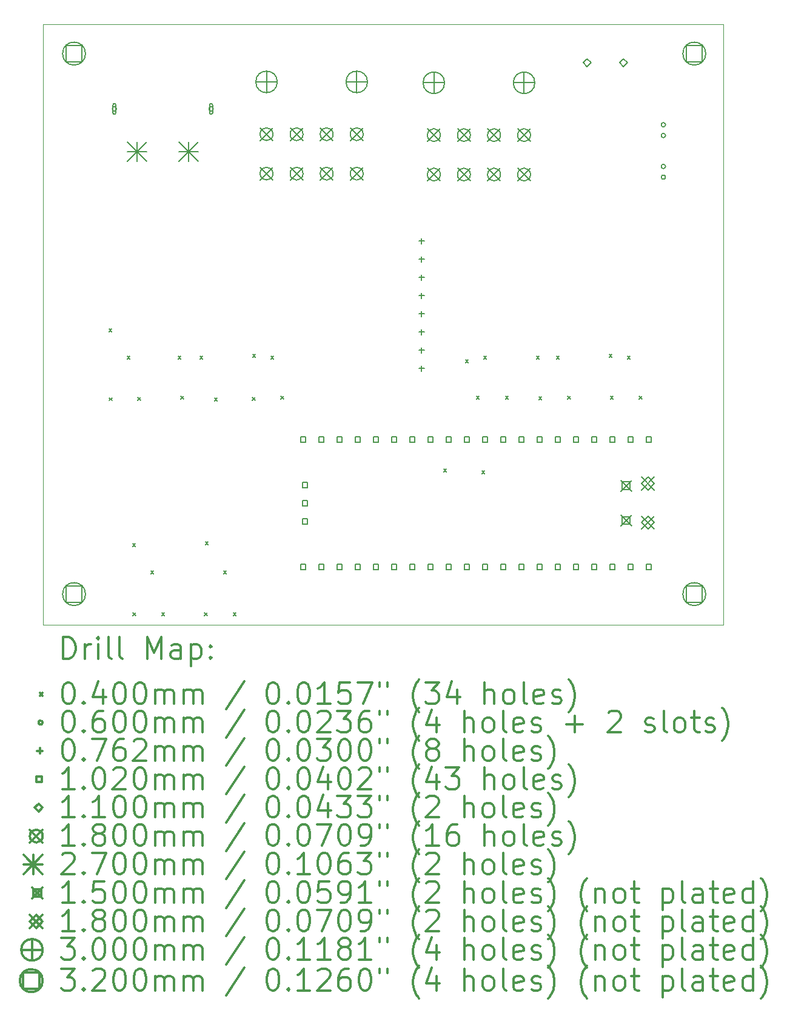
<source format=gbr>
%FSLAX45Y45*%
G04 Gerber Fmt 4.5, Leading zero omitted, Abs format (unit mm)*
G04 Created by KiCad (PCBNEW (5.1.10-1-10_14)) date 2021-10-18 16:54:08*
%MOMM*%
%LPD*%
G01*
G04 APERTURE LIST*
%TA.AperFunction,Profile*%
%ADD10C,0.100000*%
%TD*%
%ADD11C,0.200000*%
%ADD12C,0.300000*%
G04 APERTURE END LIST*
D10*
X16357600Y-4419600D02*
X16357600Y-12801600D01*
X6858000Y-4419600D02*
X16357600Y-4419600D01*
X6858000Y-12801600D02*
X6858000Y-4419600D01*
X16357600Y-12801600D02*
X6858000Y-12801600D01*
D11*
X7777800Y-8666800D02*
X7817800Y-8706800D01*
X7817800Y-8666800D02*
X7777800Y-8706800D01*
X7780000Y-9629800D02*
X7820000Y-9669800D01*
X7820000Y-9629800D02*
X7780000Y-9669800D01*
X8031800Y-9047800D02*
X8071800Y-9087800D01*
X8071800Y-9047800D02*
X8031800Y-9087800D01*
X8108000Y-11664000D02*
X8148000Y-11704000D01*
X8148000Y-11664000D02*
X8108000Y-11704000D01*
X8113000Y-12629200D02*
X8153000Y-12669200D01*
X8153000Y-12629200D02*
X8113000Y-12669200D01*
X8180000Y-9627800D02*
X8220000Y-9667800D01*
X8220000Y-9627800D02*
X8180000Y-9667800D01*
X8362000Y-12045000D02*
X8402000Y-12085000D01*
X8402000Y-12045000D02*
X8362000Y-12085000D01*
X8513000Y-12627800D02*
X8553000Y-12667800D01*
X8553000Y-12627800D02*
X8513000Y-12667800D01*
X8743000Y-9047800D02*
X8783000Y-9087800D01*
X8783000Y-9047800D02*
X8743000Y-9087800D01*
X8780000Y-9610299D02*
X8820000Y-9650299D01*
X8820000Y-9610299D02*
X8780000Y-9650299D01*
X9047800Y-9047800D02*
X9087800Y-9087800D01*
X9087800Y-9047800D02*
X9047800Y-9087800D01*
X9113000Y-12629200D02*
X9153000Y-12669200D01*
X9153000Y-12629200D02*
X9113000Y-12669200D01*
X9124000Y-11638600D02*
X9164000Y-11678600D01*
X9164000Y-11638600D02*
X9124000Y-11678600D01*
X9251000Y-9632000D02*
X9291000Y-9672000D01*
X9291000Y-9632000D02*
X9251000Y-9672000D01*
X9378000Y-12045000D02*
X9418000Y-12085000D01*
X9418000Y-12045000D02*
X9378000Y-12085000D01*
X9513000Y-12629200D02*
X9553000Y-12669200D01*
X9553000Y-12629200D02*
X9513000Y-12669200D01*
X9780000Y-9627600D02*
X9820000Y-9667600D01*
X9820000Y-9627600D02*
X9780000Y-9667600D01*
X9784400Y-9022400D02*
X9824400Y-9062400D01*
X9824400Y-9022400D02*
X9784400Y-9062400D01*
X10038400Y-9047800D02*
X10078400Y-9087800D01*
X10078400Y-9047800D02*
X10038400Y-9087800D01*
X10180000Y-9606600D02*
X10220000Y-9646600D01*
X10220000Y-9606600D02*
X10180000Y-9646600D01*
X12451400Y-10622600D02*
X12491400Y-10662600D01*
X12491400Y-10622600D02*
X12451400Y-10662600D01*
X12756200Y-9098600D02*
X12796200Y-9138600D01*
X12796200Y-9098600D02*
X12756200Y-9138600D01*
X12908600Y-9606600D02*
X12948600Y-9646600D01*
X12948600Y-9606600D02*
X12908600Y-9646600D01*
X12984800Y-10648000D02*
X13024800Y-10688000D01*
X13024800Y-10648000D02*
X12984800Y-10688000D01*
X13010200Y-9047800D02*
X13050200Y-9087800D01*
X13050200Y-9047800D02*
X13010200Y-9087800D01*
X13315000Y-9606600D02*
X13355000Y-9646600D01*
X13355000Y-9606600D02*
X13315000Y-9646600D01*
X13746800Y-9047800D02*
X13786800Y-9087800D01*
X13786800Y-9047800D02*
X13746800Y-9087800D01*
X13780000Y-9614400D02*
X13820000Y-9654400D01*
X13820000Y-9614400D02*
X13780000Y-9654400D01*
X14026200Y-9047800D02*
X14066200Y-9087800D01*
X14066200Y-9047800D02*
X14026200Y-9087800D01*
X14180000Y-9608000D02*
X14220000Y-9648000D01*
X14220000Y-9608000D02*
X14180000Y-9648000D01*
X14762800Y-9022400D02*
X14802800Y-9062400D01*
X14802800Y-9022400D02*
X14762800Y-9062400D01*
X14780000Y-9606600D02*
X14820000Y-9646600D01*
X14820000Y-9606600D02*
X14780000Y-9646600D01*
X15016800Y-9047800D02*
X15056800Y-9087800D01*
X15056800Y-9047800D02*
X15016800Y-9087800D01*
X15180000Y-9606600D02*
X15220000Y-9646600D01*
X15220000Y-9606600D02*
X15180000Y-9646600D01*
X7884320Y-5598160D02*
G75*
G03*
X7884320Y-5598160I-30000J0D01*
G01*
X7834320Y-5543160D02*
X7834320Y-5653160D01*
X7874320Y-5543160D02*
X7874320Y-5653160D01*
X7834320Y-5653160D02*
G75*
G03*
X7874320Y-5653160I20000J0D01*
G01*
X7874320Y-5543160D02*
G75*
G03*
X7834320Y-5543160I-20000J0D01*
G01*
X9234320Y-5598160D02*
G75*
G03*
X9234320Y-5598160I-30000J0D01*
G01*
X9184320Y-5543160D02*
X9184320Y-5653160D01*
X9224320Y-5543160D02*
X9224320Y-5653160D01*
X9184320Y-5653160D02*
G75*
G03*
X9224320Y-5653160I20000J0D01*
G01*
X9224320Y-5543160D02*
G75*
G03*
X9184320Y-5543160I-20000J0D01*
G01*
X15549400Y-5819000D02*
G75*
G03*
X15549400Y-5819000I-30000J0D01*
G01*
X15549400Y-5969000D02*
G75*
G03*
X15549400Y-5969000I-30000J0D01*
G01*
X15549400Y-6400800D02*
G75*
G03*
X15549400Y-6400800I-30000J0D01*
G01*
X15549400Y-6550800D02*
G75*
G03*
X15549400Y-6550800I-30000J0D01*
G01*
X12141200Y-7404100D02*
X12141200Y-7480300D01*
X12103100Y-7442200D02*
X12179300Y-7442200D01*
X12141200Y-7658100D02*
X12141200Y-7734300D01*
X12103100Y-7696200D02*
X12179300Y-7696200D01*
X12141200Y-7912100D02*
X12141200Y-7988300D01*
X12103100Y-7950200D02*
X12179300Y-7950200D01*
X12141200Y-8166100D02*
X12141200Y-8242300D01*
X12103100Y-8204200D02*
X12179300Y-8204200D01*
X12141200Y-8420100D02*
X12141200Y-8496300D01*
X12103100Y-8458200D02*
X12179300Y-8458200D01*
X12141200Y-8674100D02*
X12141200Y-8750300D01*
X12103100Y-8712200D02*
X12179300Y-8712200D01*
X12141200Y-8928100D02*
X12141200Y-9004300D01*
X12103100Y-8966200D02*
X12179300Y-8966200D01*
X12141200Y-9182100D02*
X12141200Y-9258300D01*
X12103100Y-9220200D02*
X12179300Y-9220200D01*
X10526263Y-10246863D02*
X10526263Y-10174737D01*
X10454137Y-10174737D01*
X10454137Y-10246863D01*
X10526263Y-10246863D01*
X10526263Y-12024863D02*
X10526263Y-11952737D01*
X10454137Y-11952737D01*
X10454137Y-12024863D01*
X10526263Y-12024863D01*
X10549263Y-10881863D02*
X10549263Y-10809737D01*
X10477137Y-10809737D01*
X10477137Y-10881863D01*
X10549263Y-10881863D01*
X10549263Y-11135863D02*
X10549263Y-11063737D01*
X10477137Y-11063737D01*
X10477137Y-11135863D01*
X10549263Y-11135863D01*
X10549263Y-11389863D02*
X10549263Y-11317737D01*
X10477137Y-11317737D01*
X10477137Y-11389863D01*
X10549263Y-11389863D01*
X10780263Y-10246863D02*
X10780263Y-10174737D01*
X10708137Y-10174737D01*
X10708137Y-10246863D01*
X10780263Y-10246863D01*
X10780263Y-12024863D02*
X10780263Y-11952737D01*
X10708137Y-11952737D01*
X10708137Y-12024863D01*
X10780263Y-12024863D01*
X11034263Y-10246863D02*
X11034263Y-10174737D01*
X10962137Y-10174737D01*
X10962137Y-10246863D01*
X11034263Y-10246863D01*
X11034263Y-12024863D02*
X11034263Y-11952737D01*
X10962137Y-11952737D01*
X10962137Y-12024863D01*
X11034263Y-12024863D01*
X11288263Y-10246863D02*
X11288263Y-10174737D01*
X11216137Y-10174737D01*
X11216137Y-10246863D01*
X11288263Y-10246863D01*
X11288263Y-12024863D02*
X11288263Y-11952737D01*
X11216137Y-11952737D01*
X11216137Y-12024863D01*
X11288263Y-12024863D01*
X11542263Y-10246863D02*
X11542263Y-10174737D01*
X11470137Y-10174737D01*
X11470137Y-10246863D01*
X11542263Y-10246863D01*
X11542263Y-12024863D02*
X11542263Y-11952737D01*
X11470137Y-11952737D01*
X11470137Y-12024863D01*
X11542263Y-12024863D01*
X11796263Y-10246863D02*
X11796263Y-10174737D01*
X11724137Y-10174737D01*
X11724137Y-10246863D01*
X11796263Y-10246863D01*
X11796263Y-12024863D02*
X11796263Y-11952737D01*
X11724137Y-11952737D01*
X11724137Y-12024863D01*
X11796263Y-12024863D01*
X12050263Y-10246863D02*
X12050263Y-10174737D01*
X11978137Y-10174737D01*
X11978137Y-10246863D01*
X12050263Y-10246863D01*
X12050263Y-12024863D02*
X12050263Y-11952737D01*
X11978137Y-11952737D01*
X11978137Y-12024863D01*
X12050263Y-12024863D01*
X12304263Y-10246863D02*
X12304263Y-10174737D01*
X12232137Y-10174737D01*
X12232137Y-10246863D01*
X12304263Y-10246863D01*
X12304263Y-12024863D02*
X12304263Y-11952737D01*
X12232137Y-11952737D01*
X12232137Y-12024863D01*
X12304263Y-12024863D01*
X12558263Y-10246863D02*
X12558263Y-10174737D01*
X12486137Y-10174737D01*
X12486137Y-10246863D01*
X12558263Y-10246863D01*
X12558263Y-12024863D02*
X12558263Y-11952737D01*
X12486137Y-11952737D01*
X12486137Y-12024863D01*
X12558263Y-12024863D01*
X12812263Y-10246863D02*
X12812263Y-10174737D01*
X12740137Y-10174737D01*
X12740137Y-10246863D01*
X12812263Y-10246863D01*
X12812263Y-12024863D02*
X12812263Y-11952737D01*
X12740137Y-11952737D01*
X12740137Y-12024863D01*
X12812263Y-12024863D01*
X13066263Y-10246863D02*
X13066263Y-10174737D01*
X12994137Y-10174737D01*
X12994137Y-10246863D01*
X13066263Y-10246863D01*
X13066263Y-12024863D02*
X13066263Y-11952737D01*
X12994137Y-11952737D01*
X12994137Y-12024863D01*
X13066263Y-12024863D01*
X13320263Y-10246863D02*
X13320263Y-10174737D01*
X13248137Y-10174737D01*
X13248137Y-10246863D01*
X13320263Y-10246863D01*
X13320263Y-12024863D02*
X13320263Y-11952737D01*
X13248137Y-11952737D01*
X13248137Y-12024863D01*
X13320263Y-12024863D01*
X13574263Y-10246863D02*
X13574263Y-10174737D01*
X13502137Y-10174737D01*
X13502137Y-10246863D01*
X13574263Y-10246863D01*
X13574263Y-12024863D02*
X13574263Y-11952737D01*
X13502137Y-11952737D01*
X13502137Y-12024863D01*
X13574263Y-12024863D01*
X13828263Y-10246863D02*
X13828263Y-10174737D01*
X13756137Y-10174737D01*
X13756137Y-10246863D01*
X13828263Y-10246863D01*
X13828263Y-12024863D02*
X13828263Y-11952737D01*
X13756137Y-11952737D01*
X13756137Y-12024863D01*
X13828263Y-12024863D01*
X14082263Y-10246863D02*
X14082263Y-10174737D01*
X14010137Y-10174737D01*
X14010137Y-10246863D01*
X14082263Y-10246863D01*
X14082263Y-12024863D02*
X14082263Y-11952737D01*
X14010137Y-11952737D01*
X14010137Y-12024863D01*
X14082263Y-12024863D01*
X14336263Y-10246863D02*
X14336263Y-10174737D01*
X14264137Y-10174737D01*
X14264137Y-10246863D01*
X14336263Y-10246863D01*
X14336263Y-12024863D02*
X14336263Y-11952737D01*
X14264137Y-11952737D01*
X14264137Y-12024863D01*
X14336263Y-12024863D01*
X14590263Y-10246863D02*
X14590263Y-10174737D01*
X14518137Y-10174737D01*
X14518137Y-10246863D01*
X14590263Y-10246863D01*
X14590263Y-12024863D02*
X14590263Y-11952737D01*
X14518137Y-11952737D01*
X14518137Y-12024863D01*
X14590263Y-12024863D01*
X14844263Y-10246863D02*
X14844263Y-10174737D01*
X14772137Y-10174737D01*
X14772137Y-10246863D01*
X14844263Y-10246863D01*
X14844263Y-12024863D02*
X14844263Y-11952737D01*
X14772137Y-11952737D01*
X14772137Y-12024863D01*
X14844263Y-12024863D01*
X15098263Y-10246863D02*
X15098263Y-10174737D01*
X15026137Y-10174737D01*
X15026137Y-10246863D01*
X15098263Y-10246863D01*
X15098263Y-12024863D02*
X15098263Y-11952737D01*
X15026137Y-11952737D01*
X15026137Y-12024863D01*
X15098263Y-12024863D01*
X15352263Y-10246863D02*
X15352263Y-10174737D01*
X15280137Y-10174737D01*
X15280137Y-10246863D01*
X15352263Y-10246863D01*
X15352263Y-12024863D02*
X15352263Y-11952737D01*
X15280137Y-11952737D01*
X15280137Y-12024863D01*
X15352263Y-12024863D01*
X14452600Y-5008000D02*
X14507600Y-4953000D01*
X14452600Y-4898000D01*
X14397600Y-4953000D01*
X14452600Y-5008000D01*
X14960600Y-5008000D02*
X15015600Y-4953000D01*
X14960600Y-4898000D01*
X14905600Y-4953000D01*
X14960600Y-5008000D01*
X9887860Y-5861220D02*
X10067860Y-6041220D01*
X10067860Y-5861220D02*
X9887860Y-6041220D01*
X10067860Y-5951220D02*
G75*
G03*
X10067860Y-5951220I-90000J0D01*
G01*
X9887860Y-6411220D02*
X10067860Y-6591220D01*
X10067860Y-6411220D02*
X9887860Y-6591220D01*
X10067860Y-6501220D02*
G75*
G03*
X10067860Y-6501220I-90000J0D01*
G01*
X10307860Y-5861220D02*
X10487860Y-6041220D01*
X10487860Y-5861220D02*
X10307860Y-6041220D01*
X10487860Y-5951220D02*
G75*
G03*
X10487860Y-5951220I-90000J0D01*
G01*
X10307860Y-6411220D02*
X10487860Y-6591220D01*
X10487860Y-6411220D02*
X10307860Y-6591220D01*
X10487860Y-6501220D02*
G75*
G03*
X10487860Y-6501220I-90000J0D01*
G01*
X10727860Y-5861220D02*
X10907860Y-6041220D01*
X10907860Y-5861220D02*
X10727860Y-6041220D01*
X10907860Y-5951220D02*
G75*
G03*
X10907860Y-5951220I-90000J0D01*
G01*
X10727860Y-6411220D02*
X10907860Y-6591220D01*
X10907860Y-6411220D02*
X10727860Y-6591220D01*
X10907860Y-6501220D02*
G75*
G03*
X10907860Y-6501220I-90000J0D01*
G01*
X11147860Y-5861220D02*
X11327860Y-6041220D01*
X11327860Y-5861220D02*
X11147860Y-6041220D01*
X11327860Y-5951220D02*
G75*
G03*
X11327860Y-5951220I-90000J0D01*
G01*
X11147860Y-6411220D02*
X11327860Y-6591220D01*
X11327860Y-6411220D02*
X11147860Y-6591220D01*
X11327860Y-6501220D02*
G75*
G03*
X11327860Y-6501220I-90000J0D01*
G01*
X12224660Y-5873920D02*
X12404660Y-6053920D01*
X12404660Y-5873920D02*
X12224660Y-6053920D01*
X12404660Y-5963920D02*
G75*
G03*
X12404660Y-5963920I-90000J0D01*
G01*
X12224660Y-6423920D02*
X12404660Y-6603920D01*
X12404660Y-6423920D02*
X12224660Y-6603920D01*
X12404660Y-6513920D02*
G75*
G03*
X12404660Y-6513920I-90000J0D01*
G01*
X12644660Y-5873920D02*
X12824660Y-6053920D01*
X12824660Y-5873920D02*
X12644660Y-6053920D01*
X12824660Y-5963920D02*
G75*
G03*
X12824660Y-5963920I-90000J0D01*
G01*
X12644660Y-6423920D02*
X12824660Y-6603920D01*
X12824660Y-6423920D02*
X12644660Y-6603920D01*
X12824660Y-6513920D02*
G75*
G03*
X12824660Y-6513920I-90000J0D01*
G01*
X13064660Y-5873920D02*
X13244660Y-6053920D01*
X13244660Y-5873920D02*
X13064660Y-6053920D01*
X13244660Y-5963920D02*
G75*
G03*
X13244660Y-5963920I-90000J0D01*
G01*
X13064660Y-6423920D02*
X13244660Y-6603920D01*
X13244660Y-6423920D02*
X13064660Y-6603920D01*
X13244660Y-6513920D02*
G75*
G03*
X13244660Y-6513920I-90000J0D01*
G01*
X13484660Y-5873920D02*
X13664660Y-6053920D01*
X13664660Y-5873920D02*
X13484660Y-6053920D01*
X13664660Y-5963920D02*
G75*
G03*
X13664660Y-5963920I-90000J0D01*
G01*
X13484660Y-6423920D02*
X13664660Y-6603920D01*
X13664660Y-6423920D02*
X13484660Y-6603920D01*
X13664660Y-6513920D02*
G75*
G03*
X13664660Y-6513920I-90000J0D01*
G01*
X8034320Y-6063160D02*
X8304320Y-6333160D01*
X8304320Y-6063160D02*
X8034320Y-6333160D01*
X8169320Y-6063160D02*
X8169320Y-6333160D01*
X8034320Y-6198160D02*
X8304320Y-6198160D01*
X8754320Y-6063160D02*
X9024320Y-6333160D01*
X9024320Y-6063160D02*
X8754320Y-6333160D01*
X8889320Y-6063160D02*
X8889320Y-6333160D01*
X8754320Y-6198160D02*
X9024320Y-6198160D01*
X14925200Y-10782300D02*
X15075200Y-10932300D01*
X15075200Y-10782300D02*
X14925200Y-10932300D01*
X15053233Y-10910334D02*
X15053233Y-10804267D01*
X14947166Y-10804267D01*
X14947166Y-10910334D01*
X15053233Y-10910334D01*
X14925200Y-11267300D02*
X15075200Y-11417300D01*
X15075200Y-11267300D02*
X14925200Y-11417300D01*
X15053233Y-11395333D02*
X15053233Y-11289266D01*
X14947166Y-11289266D01*
X14947166Y-11395333D01*
X15053233Y-11395333D01*
X15213200Y-10737300D02*
X15393200Y-10917300D01*
X15393200Y-10737300D02*
X15213200Y-10917300D01*
X15303200Y-10917300D02*
X15393200Y-10827300D01*
X15303200Y-10737300D01*
X15213200Y-10827300D01*
X15303200Y-10917300D01*
X15213200Y-11282300D02*
X15393200Y-11462300D01*
X15393200Y-11282300D02*
X15213200Y-11462300D01*
X15303200Y-11462300D02*
X15393200Y-11372300D01*
X15303200Y-11282300D01*
X15213200Y-11372300D01*
X15303200Y-11462300D01*
X9977860Y-5071220D02*
X9977860Y-5371220D01*
X9827860Y-5221220D02*
X10127860Y-5221220D01*
X10127860Y-5221220D02*
G75*
G03*
X10127860Y-5221220I-150000J0D01*
G01*
X11237860Y-5071220D02*
X11237860Y-5371220D01*
X11087860Y-5221220D02*
X11387860Y-5221220D01*
X11387860Y-5221220D02*
G75*
G03*
X11387860Y-5221220I-150000J0D01*
G01*
X12314660Y-5083920D02*
X12314660Y-5383920D01*
X12164660Y-5233920D02*
X12464660Y-5233920D01*
X12464660Y-5233920D02*
G75*
G03*
X12464660Y-5233920I-150000J0D01*
G01*
X13574660Y-5083920D02*
X13574660Y-5383920D01*
X13424660Y-5233920D02*
X13724660Y-5233920D01*
X13724660Y-5233920D02*
G75*
G03*
X13724660Y-5233920I-150000J0D01*
G01*
X7402938Y-4939138D02*
X7402938Y-4712862D01*
X7176662Y-4712862D01*
X7176662Y-4939138D01*
X7402938Y-4939138D01*
X7449800Y-4826000D02*
G75*
G03*
X7449800Y-4826000I-160000J0D01*
G01*
X7402938Y-12482938D02*
X7402938Y-12256662D01*
X7176662Y-12256662D01*
X7176662Y-12482938D01*
X7402938Y-12482938D01*
X7449800Y-12369800D02*
G75*
G03*
X7449800Y-12369800I-160000J0D01*
G01*
X16064338Y-4939138D02*
X16064338Y-4712862D01*
X15838062Y-4712862D01*
X15838062Y-4939138D01*
X16064338Y-4939138D01*
X16111200Y-4826000D02*
G75*
G03*
X16111200Y-4826000I-160000J0D01*
G01*
X16064338Y-12482938D02*
X16064338Y-12256662D01*
X15838062Y-12256662D01*
X15838062Y-12482938D01*
X16064338Y-12482938D01*
X16111200Y-12369800D02*
G75*
G03*
X16111200Y-12369800I-160000J0D01*
G01*
D12*
X7139428Y-13272314D02*
X7139428Y-12972314D01*
X7210857Y-12972314D01*
X7253714Y-12986600D01*
X7282286Y-13015171D01*
X7296571Y-13043743D01*
X7310857Y-13100886D01*
X7310857Y-13143743D01*
X7296571Y-13200886D01*
X7282286Y-13229457D01*
X7253714Y-13258029D01*
X7210857Y-13272314D01*
X7139428Y-13272314D01*
X7439428Y-13272314D02*
X7439428Y-13072314D01*
X7439428Y-13129457D02*
X7453714Y-13100886D01*
X7468000Y-13086600D01*
X7496571Y-13072314D01*
X7525143Y-13072314D01*
X7625143Y-13272314D02*
X7625143Y-13072314D01*
X7625143Y-12972314D02*
X7610857Y-12986600D01*
X7625143Y-13000886D01*
X7639428Y-12986600D01*
X7625143Y-12972314D01*
X7625143Y-13000886D01*
X7810857Y-13272314D02*
X7782286Y-13258029D01*
X7768000Y-13229457D01*
X7768000Y-12972314D01*
X7968000Y-13272314D02*
X7939428Y-13258029D01*
X7925143Y-13229457D01*
X7925143Y-12972314D01*
X8310857Y-13272314D02*
X8310857Y-12972314D01*
X8410857Y-13186600D01*
X8510857Y-12972314D01*
X8510857Y-13272314D01*
X8782286Y-13272314D02*
X8782286Y-13115171D01*
X8768000Y-13086600D01*
X8739428Y-13072314D01*
X8682286Y-13072314D01*
X8653714Y-13086600D01*
X8782286Y-13258029D02*
X8753714Y-13272314D01*
X8682286Y-13272314D01*
X8653714Y-13258029D01*
X8639428Y-13229457D01*
X8639428Y-13200886D01*
X8653714Y-13172314D01*
X8682286Y-13158029D01*
X8753714Y-13158029D01*
X8782286Y-13143743D01*
X8925143Y-13072314D02*
X8925143Y-13372314D01*
X8925143Y-13086600D02*
X8953714Y-13072314D01*
X9010857Y-13072314D01*
X9039428Y-13086600D01*
X9053714Y-13100886D01*
X9068000Y-13129457D01*
X9068000Y-13215171D01*
X9053714Y-13243743D01*
X9039428Y-13258029D01*
X9010857Y-13272314D01*
X8953714Y-13272314D01*
X8925143Y-13258029D01*
X9196571Y-13243743D02*
X9210857Y-13258029D01*
X9196571Y-13272314D01*
X9182286Y-13258029D01*
X9196571Y-13243743D01*
X9196571Y-13272314D01*
X9196571Y-13086600D02*
X9210857Y-13100886D01*
X9196571Y-13115171D01*
X9182286Y-13100886D01*
X9196571Y-13086600D01*
X9196571Y-13115171D01*
X6813000Y-13746600D02*
X6853000Y-13786600D01*
X6853000Y-13746600D02*
X6813000Y-13786600D01*
X7196571Y-13602314D02*
X7225143Y-13602314D01*
X7253714Y-13616600D01*
X7268000Y-13630886D01*
X7282286Y-13659457D01*
X7296571Y-13716600D01*
X7296571Y-13788029D01*
X7282286Y-13845171D01*
X7268000Y-13873743D01*
X7253714Y-13888029D01*
X7225143Y-13902314D01*
X7196571Y-13902314D01*
X7168000Y-13888029D01*
X7153714Y-13873743D01*
X7139428Y-13845171D01*
X7125143Y-13788029D01*
X7125143Y-13716600D01*
X7139428Y-13659457D01*
X7153714Y-13630886D01*
X7168000Y-13616600D01*
X7196571Y-13602314D01*
X7425143Y-13873743D02*
X7439428Y-13888029D01*
X7425143Y-13902314D01*
X7410857Y-13888029D01*
X7425143Y-13873743D01*
X7425143Y-13902314D01*
X7696571Y-13702314D02*
X7696571Y-13902314D01*
X7625143Y-13588029D02*
X7553714Y-13802314D01*
X7739428Y-13802314D01*
X7910857Y-13602314D02*
X7939428Y-13602314D01*
X7968000Y-13616600D01*
X7982286Y-13630886D01*
X7996571Y-13659457D01*
X8010857Y-13716600D01*
X8010857Y-13788029D01*
X7996571Y-13845171D01*
X7982286Y-13873743D01*
X7968000Y-13888029D01*
X7939428Y-13902314D01*
X7910857Y-13902314D01*
X7882286Y-13888029D01*
X7868000Y-13873743D01*
X7853714Y-13845171D01*
X7839428Y-13788029D01*
X7839428Y-13716600D01*
X7853714Y-13659457D01*
X7868000Y-13630886D01*
X7882286Y-13616600D01*
X7910857Y-13602314D01*
X8196571Y-13602314D02*
X8225143Y-13602314D01*
X8253714Y-13616600D01*
X8268000Y-13630886D01*
X8282286Y-13659457D01*
X8296571Y-13716600D01*
X8296571Y-13788029D01*
X8282286Y-13845171D01*
X8268000Y-13873743D01*
X8253714Y-13888029D01*
X8225143Y-13902314D01*
X8196571Y-13902314D01*
X8168000Y-13888029D01*
X8153714Y-13873743D01*
X8139428Y-13845171D01*
X8125143Y-13788029D01*
X8125143Y-13716600D01*
X8139428Y-13659457D01*
X8153714Y-13630886D01*
X8168000Y-13616600D01*
X8196571Y-13602314D01*
X8425143Y-13902314D02*
X8425143Y-13702314D01*
X8425143Y-13730886D02*
X8439428Y-13716600D01*
X8468000Y-13702314D01*
X8510857Y-13702314D01*
X8539428Y-13716600D01*
X8553714Y-13745171D01*
X8553714Y-13902314D01*
X8553714Y-13745171D02*
X8568000Y-13716600D01*
X8596571Y-13702314D01*
X8639428Y-13702314D01*
X8668000Y-13716600D01*
X8682286Y-13745171D01*
X8682286Y-13902314D01*
X8825143Y-13902314D02*
X8825143Y-13702314D01*
X8825143Y-13730886D02*
X8839428Y-13716600D01*
X8868000Y-13702314D01*
X8910857Y-13702314D01*
X8939428Y-13716600D01*
X8953714Y-13745171D01*
X8953714Y-13902314D01*
X8953714Y-13745171D02*
X8968000Y-13716600D01*
X8996571Y-13702314D01*
X9039428Y-13702314D01*
X9068000Y-13716600D01*
X9082286Y-13745171D01*
X9082286Y-13902314D01*
X9668000Y-13588029D02*
X9410857Y-13973743D01*
X10053714Y-13602314D02*
X10082286Y-13602314D01*
X10110857Y-13616600D01*
X10125143Y-13630886D01*
X10139428Y-13659457D01*
X10153714Y-13716600D01*
X10153714Y-13788029D01*
X10139428Y-13845171D01*
X10125143Y-13873743D01*
X10110857Y-13888029D01*
X10082286Y-13902314D01*
X10053714Y-13902314D01*
X10025143Y-13888029D01*
X10010857Y-13873743D01*
X9996571Y-13845171D01*
X9982286Y-13788029D01*
X9982286Y-13716600D01*
X9996571Y-13659457D01*
X10010857Y-13630886D01*
X10025143Y-13616600D01*
X10053714Y-13602314D01*
X10282286Y-13873743D02*
X10296571Y-13888029D01*
X10282286Y-13902314D01*
X10268000Y-13888029D01*
X10282286Y-13873743D01*
X10282286Y-13902314D01*
X10482286Y-13602314D02*
X10510857Y-13602314D01*
X10539428Y-13616600D01*
X10553714Y-13630886D01*
X10568000Y-13659457D01*
X10582286Y-13716600D01*
X10582286Y-13788029D01*
X10568000Y-13845171D01*
X10553714Y-13873743D01*
X10539428Y-13888029D01*
X10510857Y-13902314D01*
X10482286Y-13902314D01*
X10453714Y-13888029D01*
X10439428Y-13873743D01*
X10425143Y-13845171D01*
X10410857Y-13788029D01*
X10410857Y-13716600D01*
X10425143Y-13659457D01*
X10439428Y-13630886D01*
X10453714Y-13616600D01*
X10482286Y-13602314D01*
X10868000Y-13902314D02*
X10696571Y-13902314D01*
X10782286Y-13902314D02*
X10782286Y-13602314D01*
X10753714Y-13645171D01*
X10725143Y-13673743D01*
X10696571Y-13688029D01*
X11139428Y-13602314D02*
X10996571Y-13602314D01*
X10982286Y-13745171D01*
X10996571Y-13730886D01*
X11025143Y-13716600D01*
X11096571Y-13716600D01*
X11125143Y-13730886D01*
X11139428Y-13745171D01*
X11153714Y-13773743D01*
X11153714Y-13845171D01*
X11139428Y-13873743D01*
X11125143Y-13888029D01*
X11096571Y-13902314D01*
X11025143Y-13902314D01*
X10996571Y-13888029D01*
X10982286Y-13873743D01*
X11253714Y-13602314D02*
X11453714Y-13602314D01*
X11325143Y-13902314D01*
X11553714Y-13602314D02*
X11553714Y-13659457D01*
X11668000Y-13602314D02*
X11668000Y-13659457D01*
X12110857Y-14016600D02*
X12096571Y-14002314D01*
X12068000Y-13959457D01*
X12053714Y-13930886D01*
X12039428Y-13888029D01*
X12025143Y-13816600D01*
X12025143Y-13759457D01*
X12039428Y-13688029D01*
X12053714Y-13645171D01*
X12068000Y-13616600D01*
X12096571Y-13573743D01*
X12110857Y-13559457D01*
X12196571Y-13602314D02*
X12382286Y-13602314D01*
X12282286Y-13716600D01*
X12325143Y-13716600D01*
X12353714Y-13730886D01*
X12368000Y-13745171D01*
X12382286Y-13773743D01*
X12382286Y-13845171D01*
X12368000Y-13873743D01*
X12353714Y-13888029D01*
X12325143Y-13902314D01*
X12239428Y-13902314D01*
X12210857Y-13888029D01*
X12196571Y-13873743D01*
X12639428Y-13702314D02*
X12639428Y-13902314D01*
X12568000Y-13588029D02*
X12496571Y-13802314D01*
X12682286Y-13802314D01*
X13025143Y-13902314D02*
X13025143Y-13602314D01*
X13153714Y-13902314D02*
X13153714Y-13745171D01*
X13139428Y-13716600D01*
X13110857Y-13702314D01*
X13068000Y-13702314D01*
X13039428Y-13716600D01*
X13025143Y-13730886D01*
X13339428Y-13902314D02*
X13310857Y-13888029D01*
X13296571Y-13873743D01*
X13282286Y-13845171D01*
X13282286Y-13759457D01*
X13296571Y-13730886D01*
X13310857Y-13716600D01*
X13339428Y-13702314D01*
X13382286Y-13702314D01*
X13410857Y-13716600D01*
X13425143Y-13730886D01*
X13439428Y-13759457D01*
X13439428Y-13845171D01*
X13425143Y-13873743D01*
X13410857Y-13888029D01*
X13382286Y-13902314D01*
X13339428Y-13902314D01*
X13610857Y-13902314D02*
X13582286Y-13888029D01*
X13568000Y-13859457D01*
X13568000Y-13602314D01*
X13839428Y-13888029D02*
X13810857Y-13902314D01*
X13753714Y-13902314D01*
X13725143Y-13888029D01*
X13710857Y-13859457D01*
X13710857Y-13745171D01*
X13725143Y-13716600D01*
X13753714Y-13702314D01*
X13810857Y-13702314D01*
X13839428Y-13716600D01*
X13853714Y-13745171D01*
X13853714Y-13773743D01*
X13710857Y-13802314D01*
X13968000Y-13888029D02*
X13996571Y-13902314D01*
X14053714Y-13902314D01*
X14082286Y-13888029D01*
X14096571Y-13859457D01*
X14096571Y-13845171D01*
X14082286Y-13816600D01*
X14053714Y-13802314D01*
X14010857Y-13802314D01*
X13982286Y-13788029D01*
X13968000Y-13759457D01*
X13968000Y-13745171D01*
X13982286Y-13716600D01*
X14010857Y-13702314D01*
X14053714Y-13702314D01*
X14082286Y-13716600D01*
X14196571Y-14016600D02*
X14210857Y-14002314D01*
X14239428Y-13959457D01*
X14253714Y-13930886D01*
X14268000Y-13888029D01*
X14282286Y-13816600D01*
X14282286Y-13759457D01*
X14268000Y-13688029D01*
X14253714Y-13645171D01*
X14239428Y-13616600D01*
X14210857Y-13573743D01*
X14196571Y-13559457D01*
X6853000Y-14162600D02*
G75*
G03*
X6853000Y-14162600I-30000J0D01*
G01*
X7196571Y-13998314D02*
X7225143Y-13998314D01*
X7253714Y-14012600D01*
X7268000Y-14026886D01*
X7282286Y-14055457D01*
X7296571Y-14112600D01*
X7296571Y-14184029D01*
X7282286Y-14241171D01*
X7268000Y-14269743D01*
X7253714Y-14284029D01*
X7225143Y-14298314D01*
X7196571Y-14298314D01*
X7168000Y-14284029D01*
X7153714Y-14269743D01*
X7139428Y-14241171D01*
X7125143Y-14184029D01*
X7125143Y-14112600D01*
X7139428Y-14055457D01*
X7153714Y-14026886D01*
X7168000Y-14012600D01*
X7196571Y-13998314D01*
X7425143Y-14269743D02*
X7439428Y-14284029D01*
X7425143Y-14298314D01*
X7410857Y-14284029D01*
X7425143Y-14269743D01*
X7425143Y-14298314D01*
X7696571Y-13998314D02*
X7639428Y-13998314D01*
X7610857Y-14012600D01*
X7596571Y-14026886D01*
X7568000Y-14069743D01*
X7553714Y-14126886D01*
X7553714Y-14241171D01*
X7568000Y-14269743D01*
X7582286Y-14284029D01*
X7610857Y-14298314D01*
X7668000Y-14298314D01*
X7696571Y-14284029D01*
X7710857Y-14269743D01*
X7725143Y-14241171D01*
X7725143Y-14169743D01*
X7710857Y-14141171D01*
X7696571Y-14126886D01*
X7668000Y-14112600D01*
X7610857Y-14112600D01*
X7582286Y-14126886D01*
X7568000Y-14141171D01*
X7553714Y-14169743D01*
X7910857Y-13998314D02*
X7939428Y-13998314D01*
X7968000Y-14012600D01*
X7982286Y-14026886D01*
X7996571Y-14055457D01*
X8010857Y-14112600D01*
X8010857Y-14184029D01*
X7996571Y-14241171D01*
X7982286Y-14269743D01*
X7968000Y-14284029D01*
X7939428Y-14298314D01*
X7910857Y-14298314D01*
X7882286Y-14284029D01*
X7868000Y-14269743D01*
X7853714Y-14241171D01*
X7839428Y-14184029D01*
X7839428Y-14112600D01*
X7853714Y-14055457D01*
X7868000Y-14026886D01*
X7882286Y-14012600D01*
X7910857Y-13998314D01*
X8196571Y-13998314D02*
X8225143Y-13998314D01*
X8253714Y-14012600D01*
X8268000Y-14026886D01*
X8282286Y-14055457D01*
X8296571Y-14112600D01*
X8296571Y-14184029D01*
X8282286Y-14241171D01*
X8268000Y-14269743D01*
X8253714Y-14284029D01*
X8225143Y-14298314D01*
X8196571Y-14298314D01*
X8168000Y-14284029D01*
X8153714Y-14269743D01*
X8139428Y-14241171D01*
X8125143Y-14184029D01*
X8125143Y-14112600D01*
X8139428Y-14055457D01*
X8153714Y-14026886D01*
X8168000Y-14012600D01*
X8196571Y-13998314D01*
X8425143Y-14298314D02*
X8425143Y-14098314D01*
X8425143Y-14126886D02*
X8439428Y-14112600D01*
X8468000Y-14098314D01*
X8510857Y-14098314D01*
X8539428Y-14112600D01*
X8553714Y-14141171D01*
X8553714Y-14298314D01*
X8553714Y-14141171D02*
X8568000Y-14112600D01*
X8596571Y-14098314D01*
X8639428Y-14098314D01*
X8668000Y-14112600D01*
X8682286Y-14141171D01*
X8682286Y-14298314D01*
X8825143Y-14298314D02*
X8825143Y-14098314D01*
X8825143Y-14126886D02*
X8839428Y-14112600D01*
X8868000Y-14098314D01*
X8910857Y-14098314D01*
X8939428Y-14112600D01*
X8953714Y-14141171D01*
X8953714Y-14298314D01*
X8953714Y-14141171D02*
X8968000Y-14112600D01*
X8996571Y-14098314D01*
X9039428Y-14098314D01*
X9068000Y-14112600D01*
X9082286Y-14141171D01*
X9082286Y-14298314D01*
X9668000Y-13984029D02*
X9410857Y-14369743D01*
X10053714Y-13998314D02*
X10082286Y-13998314D01*
X10110857Y-14012600D01*
X10125143Y-14026886D01*
X10139428Y-14055457D01*
X10153714Y-14112600D01*
X10153714Y-14184029D01*
X10139428Y-14241171D01*
X10125143Y-14269743D01*
X10110857Y-14284029D01*
X10082286Y-14298314D01*
X10053714Y-14298314D01*
X10025143Y-14284029D01*
X10010857Y-14269743D01*
X9996571Y-14241171D01*
X9982286Y-14184029D01*
X9982286Y-14112600D01*
X9996571Y-14055457D01*
X10010857Y-14026886D01*
X10025143Y-14012600D01*
X10053714Y-13998314D01*
X10282286Y-14269743D02*
X10296571Y-14284029D01*
X10282286Y-14298314D01*
X10268000Y-14284029D01*
X10282286Y-14269743D01*
X10282286Y-14298314D01*
X10482286Y-13998314D02*
X10510857Y-13998314D01*
X10539428Y-14012600D01*
X10553714Y-14026886D01*
X10568000Y-14055457D01*
X10582286Y-14112600D01*
X10582286Y-14184029D01*
X10568000Y-14241171D01*
X10553714Y-14269743D01*
X10539428Y-14284029D01*
X10510857Y-14298314D01*
X10482286Y-14298314D01*
X10453714Y-14284029D01*
X10439428Y-14269743D01*
X10425143Y-14241171D01*
X10410857Y-14184029D01*
X10410857Y-14112600D01*
X10425143Y-14055457D01*
X10439428Y-14026886D01*
X10453714Y-14012600D01*
X10482286Y-13998314D01*
X10696571Y-14026886D02*
X10710857Y-14012600D01*
X10739428Y-13998314D01*
X10810857Y-13998314D01*
X10839428Y-14012600D01*
X10853714Y-14026886D01*
X10868000Y-14055457D01*
X10868000Y-14084029D01*
X10853714Y-14126886D01*
X10682286Y-14298314D01*
X10868000Y-14298314D01*
X10968000Y-13998314D02*
X11153714Y-13998314D01*
X11053714Y-14112600D01*
X11096571Y-14112600D01*
X11125143Y-14126886D01*
X11139428Y-14141171D01*
X11153714Y-14169743D01*
X11153714Y-14241171D01*
X11139428Y-14269743D01*
X11125143Y-14284029D01*
X11096571Y-14298314D01*
X11010857Y-14298314D01*
X10982286Y-14284029D01*
X10968000Y-14269743D01*
X11410857Y-13998314D02*
X11353714Y-13998314D01*
X11325143Y-14012600D01*
X11310857Y-14026886D01*
X11282286Y-14069743D01*
X11268000Y-14126886D01*
X11268000Y-14241171D01*
X11282286Y-14269743D01*
X11296571Y-14284029D01*
X11325143Y-14298314D01*
X11382286Y-14298314D01*
X11410857Y-14284029D01*
X11425143Y-14269743D01*
X11439428Y-14241171D01*
X11439428Y-14169743D01*
X11425143Y-14141171D01*
X11410857Y-14126886D01*
X11382286Y-14112600D01*
X11325143Y-14112600D01*
X11296571Y-14126886D01*
X11282286Y-14141171D01*
X11268000Y-14169743D01*
X11553714Y-13998314D02*
X11553714Y-14055457D01*
X11668000Y-13998314D02*
X11668000Y-14055457D01*
X12110857Y-14412600D02*
X12096571Y-14398314D01*
X12068000Y-14355457D01*
X12053714Y-14326886D01*
X12039428Y-14284029D01*
X12025143Y-14212600D01*
X12025143Y-14155457D01*
X12039428Y-14084029D01*
X12053714Y-14041171D01*
X12068000Y-14012600D01*
X12096571Y-13969743D01*
X12110857Y-13955457D01*
X12353714Y-14098314D02*
X12353714Y-14298314D01*
X12282286Y-13984029D02*
X12210857Y-14198314D01*
X12396571Y-14198314D01*
X12739428Y-14298314D02*
X12739428Y-13998314D01*
X12868000Y-14298314D02*
X12868000Y-14141171D01*
X12853714Y-14112600D01*
X12825143Y-14098314D01*
X12782286Y-14098314D01*
X12753714Y-14112600D01*
X12739428Y-14126886D01*
X13053714Y-14298314D02*
X13025143Y-14284029D01*
X13010857Y-14269743D01*
X12996571Y-14241171D01*
X12996571Y-14155457D01*
X13010857Y-14126886D01*
X13025143Y-14112600D01*
X13053714Y-14098314D01*
X13096571Y-14098314D01*
X13125143Y-14112600D01*
X13139428Y-14126886D01*
X13153714Y-14155457D01*
X13153714Y-14241171D01*
X13139428Y-14269743D01*
X13125143Y-14284029D01*
X13096571Y-14298314D01*
X13053714Y-14298314D01*
X13325143Y-14298314D02*
X13296571Y-14284029D01*
X13282286Y-14255457D01*
X13282286Y-13998314D01*
X13553714Y-14284029D02*
X13525143Y-14298314D01*
X13468000Y-14298314D01*
X13439428Y-14284029D01*
X13425143Y-14255457D01*
X13425143Y-14141171D01*
X13439428Y-14112600D01*
X13468000Y-14098314D01*
X13525143Y-14098314D01*
X13553714Y-14112600D01*
X13568000Y-14141171D01*
X13568000Y-14169743D01*
X13425143Y-14198314D01*
X13682286Y-14284029D02*
X13710857Y-14298314D01*
X13768000Y-14298314D01*
X13796571Y-14284029D01*
X13810857Y-14255457D01*
X13810857Y-14241171D01*
X13796571Y-14212600D01*
X13768000Y-14198314D01*
X13725143Y-14198314D01*
X13696571Y-14184029D01*
X13682286Y-14155457D01*
X13682286Y-14141171D01*
X13696571Y-14112600D01*
X13725143Y-14098314D01*
X13768000Y-14098314D01*
X13796571Y-14112600D01*
X14168000Y-14184029D02*
X14396571Y-14184029D01*
X14282286Y-14298314D02*
X14282286Y-14069743D01*
X14753714Y-14026886D02*
X14768000Y-14012600D01*
X14796571Y-13998314D01*
X14868000Y-13998314D01*
X14896571Y-14012600D01*
X14910857Y-14026886D01*
X14925143Y-14055457D01*
X14925143Y-14084029D01*
X14910857Y-14126886D01*
X14739428Y-14298314D01*
X14925143Y-14298314D01*
X15268000Y-14284029D02*
X15296571Y-14298314D01*
X15353714Y-14298314D01*
X15382286Y-14284029D01*
X15396571Y-14255457D01*
X15396571Y-14241171D01*
X15382286Y-14212600D01*
X15353714Y-14198314D01*
X15310857Y-14198314D01*
X15282286Y-14184029D01*
X15268000Y-14155457D01*
X15268000Y-14141171D01*
X15282286Y-14112600D01*
X15310857Y-14098314D01*
X15353714Y-14098314D01*
X15382286Y-14112600D01*
X15568000Y-14298314D02*
X15539428Y-14284029D01*
X15525143Y-14255457D01*
X15525143Y-13998314D01*
X15725143Y-14298314D02*
X15696571Y-14284029D01*
X15682286Y-14269743D01*
X15668000Y-14241171D01*
X15668000Y-14155457D01*
X15682286Y-14126886D01*
X15696571Y-14112600D01*
X15725143Y-14098314D01*
X15768000Y-14098314D01*
X15796571Y-14112600D01*
X15810857Y-14126886D01*
X15825143Y-14155457D01*
X15825143Y-14241171D01*
X15810857Y-14269743D01*
X15796571Y-14284029D01*
X15768000Y-14298314D01*
X15725143Y-14298314D01*
X15910857Y-14098314D02*
X16025143Y-14098314D01*
X15953714Y-13998314D02*
X15953714Y-14255457D01*
X15968000Y-14284029D01*
X15996571Y-14298314D01*
X16025143Y-14298314D01*
X16110857Y-14284029D02*
X16139428Y-14298314D01*
X16196571Y-14298314D01*
X16225143Y-14284029D01*
X16239428Y-14255457D01*
X16239428Y-14241171D01*
X16225143Y-14212600D01*
X16196571Y-14198314D01*
X16153714Y-14198314D01*
X16125143Y-14184029D01*
X16110857Y-14155457D01*
X16110857Y-14141171D01*
X16125143Y-14112600D01*
X16153714Y-14098314D01*
X16196571Y-14098314D01*
X16225143Y-14112600D01*
X16339428Y-14412600D02*
X16353714Y-14398314D01*
X16382286Y-14355457D01*
X16396571Y-14326886D01*
X16410857Y-14284029D01*
X16425143Y-14212600D01*
X16425143Y-14155457D01*
X16410857Y-14084029D01*
X16396571Y-14041171D01*
X16382286Y-14012600D01*
X16353714Y-13969743D01*
X16339428Y-13955457D01*
X6814900Y-14520500D02*
X6814900Y-14596700D01*
X6776800Y-14558600D02*
X6853000Y-14558600D01*
X7196571Y-14394314D02*
X7225143Y-14394314D01*
X7253714Y-14408600D01*
X7268000Y-14422886D01*
X7282286Y-14451457D01*
X7296571Y-14508600D01*
X7296571Y-14580029D01*
X7282286Y-14637171D01*
X7268000Y-14665743D01*
X7253714Y-14680029D01*
X7225143Y-14694314D01*
X7196571Y-14694314D01*
X7168000Y-14680029D01*
X7153714Y-14665743D01*
X7139428Y-14637171D01*
X7125143Y-14580029D01*
X7125143Y-14508600D01*
X7139428Y-14451457D01*
X7153714Y-14422886D01*
X7168000Y-14408600D01*
X7196571Y-14394314D01*
X7425143Y-14665743D02*
X7439428Y-14680029D01*
X7425143Y-14694314D01*
X7410857Y-14680029D01*
X7425143Y-14665743D01*
X7425143Y-14694314D01*
X7539428Y-14394314D02*
X7739428Y-14394314D01*
X7610857Y-14694314D01*
X7982286Y-14394314D02*
X7925143Y-14394314D01*
X7896571Y-14408600D01*
X7882286Y-14422886D01*
X7853714Y-14465743D01*
X7839428Y-14522886D01*
X7839428Y-14637171D01*
X7853714Y-14665743D01*
X7868000Y-14680029D01*
X7896571Y-14694314D01*
X7953714Y-14694314D01*
X7982286Y-14680029D01*
X7996571Y-14665743D01*
X8010857Y-14637171D01*
X8010857Y-14565743D01*
X7996571Y-14537171D01*
X7982286Y-14522886D01*
X7953714Y-14508600D01*
X7896571Y-14508600D01*
X7868000Y-14522886D01*
X7853714Y-14537171D01*
X7839428Y-14565743D01*
X8125143Y-14422886D02*
X8139428Y-14408600D01*
X8168000Y-14394314D01*
X8239428Y-14394314D01*
X8268000Y-14408600D01*
X8282286Y-14422886D01*
X8296571Y-14451457D01*
X8296571Y-14480029D01*
X8282286Y-14522886D01*
X8110857Y-14694314D01*
X8296571Y-14694314D01*
X8425143Y-14694314D02*
X8425143Y-14494314D01*
X8425143Y-14522886D02*
X8439428Y-14508600D01*
X8468000Y-14494314D01*
X8510857Y-14494314D01*
X8539428Y-14508600D01*
X8553714Y-14537171D01*
X8553714Y-14694314D01*
X8553714Y-14537171D02*
X8568000Y-14508600D01*
X8596571Y-14494314D01*
X8639428Y-14494314D01*
X8668000Y-14508600D01*
X8682286Y-14537171D01*
X8682286Y-14694314D01*
X8825143Y-14694314D02*
X8825143Y-14494314D01*
X8825143Y-14522886D02*
X8839428Y-14508600D01*
X8868000Y-14494314D01*
X8910857Y-14494314D01*
X8939428Y-14508600D01*
X8953714Y-14537171D01*
X8953714Y-14694314D01*
X8953714Y-14537171D02*
X8968000Y-14508600D01*
X8996571Y-14494314D01*
X9039428Y-14494314D01*
X9068000Y-14508600D01*
X9082286Y-14537171D01*
X9082286Y-14694314D01*
X9668000Y-14380029D02*
X9410857Y-14765743D01*
X10053714Y-14394314D02*
X10082286Y-14394314D01*
X10110857Y-14408600D01*
X10125143Y-14422886D01*
X10139428Y-14451457D01*
X10153714Y-14508600D01*
X10153714Y-14580029D01*
X10139428Y-14637171D01*
X10125143Y-14665743D01*
X10110857Y-14680029D01*
X10082286Y-14694314D01*
X10053714Y-14694314D01*
X10025143Y-14680029D01*
X10010857Y-14665743D01*
X9996571Y-14637171D01*
X9982286Y-14580029D01*
X9982286Y-14508600D01*
X9996571Y-14451457D01*
X10010857Y-14422886D01*
X10025143Y-14408600D01*
X10053714Y-14394314D01*
X10282286Y-14665743D02*
X10296571Y-14680029D01*
X10282286Y-14694314D01*
X10268000Y-14680029D01*
X10282286Y-14665743D01*
X10282286Y-14694314D01*
X10482286Y-14394314D02*
X10510857Y-14394314D01*
X10539428Y-14408600D01*
X10553714Y-14422886D01*
X10568000Y-14451457D01*
X10582286Y-14508600D01*
X10582286Y-14580029D01*
X10568000Y-14637171D01*
X10553714Y-14665743D01*
X10539428Y-14680029D01*
X10510857Y-14694314D01*
X10482286Y-14694314D01*
X10453714Y-14680029D01*
X10439428Y-14665743D01*
X10425143Y-14637171D01*
X10410857Y-14580029D01*
X10410857Y-14508600D01*
X10425143Y-14451457D01*
X10439428Y-14422886D01*
X10453714Y-14408600D01*
X10482286Y-14394314D01*
X10682286Y-14394314D02*
X10868000Y-14394314D01*
X10768000Y-14508600D01*
X10810857Y-14508600D01*
X10839428Y-14522886D01*
X10853714Y-14537171D01*
X10868000Y-14565743D01*
X10868000Y-14637171D01*
X10853714Y-14665743D01*
X10839428Y-14680029D01*
X10810857Y-14694314D01*
X10725143Y-14694314D01*
X10696571Y-14680029D01*
X10682286Y-14665743D01*
X11053714Y-14394314D02*
X11082286Y-14394314D01*
X11110857Y-14408600D01*
X11125143Y-14422886D01*
X11139428Y-14451457D01*
X11153714Y-14508600D01*
X11153714Y-14580029D01*
X11139428Y-14637171D01*
X11125143Y-14665743D01*
X11110857Y-14680029D01*
X11082286Y-14694314D01*
X11053714Y-14694314D01*
X11025143Y-14680029D01*
X11010857Y-14665743D01*
X10996571Y-14637171D01*
X10982286Y-14580029D01*
X10982286Y-14508600D01*
X10996571Y-14451457D01*
X11010857Y-14422886D01*
X11025143Y-14408600D01*
X11053714Y-14394314D01*
X11339428Y-14394314D02*
X11368000Y-14394314D01*
X11396571Y-14408600D01*
X11410857Y-14422886D01*
X11425143Y-14451457D01*
X11439428Y-14508600D01*
X11439428Y-14580029D01*
X11425143Y-14637171D01*
X11410857Y-14665743D01*
X11396571Y-14680029D01*
X11368000Y-14694314D01*
X11339428Y-14694314D01*
X11310857Y-14680029D01*
X11296571Y-14665743D01*
X11282286Y-14637171D01*
X11268000Y-14580029D01*
X11268000Y-14508600D01*
X11282286Y-14451457D01*
X11296571Y-14422886D01*
X11310857Y-14408600D01*
X11339428Y-14394314D01*
X11553714Y-14394314D02*
X11553714Y-14451457D01*
X11668000Y-14394314D02*
X11668000Y-14451457D01*
X12110857Y-14808600D02*
X12096571Y-14794314D01*
X12068000Y-14751457D01*
X12053714Y-14722886D01*
X12039428Y-14680029D01*
X12025143Y-14608600D01*
X12025143Y-14551457D01*
X12039428Y-14480029D01*
X12053714Y-14437171D01*
X12068000Y-14408600D01*
X12096571Y-14365743D01*
X12110857Y-14351457D01*
X12268000Y-14522886D02*
X12239428Y-14508600D01*
X12225143Y-14494314D01*
X12210857Y-14465743D01*
X12210857Y-14451457D01*
X12225143Y-14422886D01*
X12239428Y-14408600D01*
X12268000Y-14394314D01*
X12325143Y-14394314D01*
X12353714Y-14408600D01*
X12368000Y-14422886D01*
X12382286Y-14451457D01*
X12382286Y-14465743D01*
X12368000Y-14494314D01*
X12353714Y-14508600D01*
X12325143Y-14522886D01*
X12268000Y-14522886D01*
X12239428Y-14537171D01*
X12225143Y-14551457D01*
X12210857Y-14580029D01*
X12210857Y-14637171D01*
X12225143Y-14665743D01*
X12239428Y-14680029D01*
X12268000Y-14694314D01*
X12325143Y-14694314D01*
X12353714Y-14680029D01*
X12368000Y-14665743D01*
X12382286Y-14637171D01*
X12382286Y-14580029D01*
X12368000Y-14551457D01*
X12353714Y-14537171D01*
X12325143Y-14522886D01*
X12739428Y-14694314D02*
X12739428Y-14394314D01*
X12868000Y-14694314D02*
X12868000Y-14537171D01*
X12853714Y-14508600D01*
X12825143Y-14494314D01*
X12782286Y-14494314D01*
X12753714Y-14508600D01*
X12739428Y-14522886D01*
X13053714Y-14694314D02*
X13025143Y-14680029D01*
X13010857Y-14665743D01*
X12996571Y-14637171D01*
X12996571Y-14551457D01*
X13010857Y-14522886D01*
X13025143Y-14508600D01*
X13053714Y-14494314D01*
X13096571Y-14494314D01*
X13125143Y-14508600D01*
X13139428Y-14522886D01*
X13153714Y-14551457D01*
X13153714Y-14637171D01*
X13139428Y-14665743D01*
X13125143Y-14680029D01*
X13096571Y-14694314D01*
X13053714Y-14694314D01*
X13325143Y-14694314D02*
X13296571Y-14680029D01*
X13282286Y-14651457D01*
X13282286Y-14394314D01*
X13553714Y-14680029D02*
X13525143Y-14694314D01*
X13468000Y-14694314D01*
X13439428Y-14680029D01*
X13425143Y-14651457D01*
X13425143Y-14537171D01*
X13439428Y-14508600D01*
X13468000Y-14494314D01*
X13525143Y-14494314D01*
X13553714Y-14508600D01*
X13568000Y-14537171D01*
X13568000Y-14565743D01*
X13425143Y-14594314D01*
X13682286Y-14680029D02*
X13710857Y-14694314D01*
X13768000Y-14694314D01*
X13796571Y-14680029D01*
X13810857Y-14651457D01*
X13810857Y-14637171D01*
X13796571Y-14608600D01*
X13768000Y-14594314D01*
X13725143Y-14594314D01*
X13696571Y-14580029D01*
X13682286Y-14551457D01*
X13682286Y-14537171D01*
X13696571Y-14508600D01*
X13725143Y-14494314D01*
X13768000Y-14494314D01*
X13796571Y-14508600D01*
X13910857Y-14808600D02*
X13925143Y-14794314D01*
X13953714Y-14751457D01*
X13968000Y-14722886D01*
X13982286Y-14680029D01*
X13996571Y-14608600D01*
X13996571Y-14551457D01*
X13982286Y-14480029D01*
X13968000Y-14437171D01*
X13953714Y-14408600D01*
X13925143Y-14365743D01*
X13910857Y-14351457D01*
X6838063Y-14990663D02*
X6838063Y-14918537D01*
X6765937Y-14918537D01*
X6765937Y-14990663D01*
X6838063Y-14990663D01*
X7296571Y-15090314D02*
X7125143Y-15090314D01*
X7210857Y-15090314D02*
X7210857Y-14790314D01*
X7182286Y-14833171D01*
X7153714Y-14861743D01*
X7125143Y-14876029D01*
X7425143Y-15061743D02*
X7439428Y-15076029D01*
X7425143Y-15090314D01*
X7410857Y-15076029D01*
X7425143Y-15061743D01*
X7425143Y-15090314D01*
X7625143Y-14790314D02*
X7653714Y-14790314D01*
X7682286Y-14804600D01*
X7696571Y-14818886D01*
X7710857Y-14847457D01*
X7725143Y-14904600D01*
X7725143Y-14976029D01*
X7710857Y-15033171D01*
X7696571Y-15061743D01*
X7682286Y-15076029D01*
X7653714Y-15090314D01*
X7625143Y-15090314D01*
X7596571Y-15076029D01*
X7582286Y-15061743D01*
X7568000Y-15033171D01*
X7553714Y-14976029D01*
X7553714Y-14904600D01*
X7568000Y-14847457D01*
X7582286Y-14818886D01*
X7596571Y-14804600D01*
X7625143Y-14790314D01*
X7839428Y-14818886D02*
X7853714Y-14804600D01*
X7882286Y-14790314D01*
X7953714Y-14790314D01*
X7982286Y-14804600D01*
X7996571Y-14818886D01*
X8010857Y-14847457D01*
X8010857Y-14876029D01*
X7996571Y-14918886D01*
X7825143Y-15090314D01*
X8010857Y-15090314D01*
X8196571Y-14790314D02*
X8225143Y-14790314D01*
X8253714Y-14804600D01*
X8268000Y-14818886D01*
X8282286Y-14847457D01*
X8296571Y-14904600D01*
X8296571Y-14976029D01*
X8282286Y-15033171D01*
X8268000Y-15061743D01*
X8253714Y-15076029D01*
X8225143Y-15090314D01*
X8196571Y-15090314D01*
X8168000Y-15076029D01*
X8153714Y-15061743D01*
X8139428Y-15033171D01*
X8125143Y-14976029D01*
X8125143Y-14904600D01*
X8139428Y-14847457D01*
X8153714Y-14818886D01*
X8168000Y-14804600D01*
X8196571Y-14790314D01*
X8425143Y-15090314D02*
X8425143Y-14890314D01*
X8425143Y-14918886D02*
X8439428Y-14904600D01*
X8468000Y-14890314D01*
X8510857Y-14890314D01*
X8539428Y-14904600D01*
X8553714Y-14933171D01*
X8553714Y-15090314D01*
X8553714Y-14933171D02*
X8568000Y-14904600D01*
X8596571Y-14890314D01*
X8639428Y-14890314D01*
X8668000Y-14904600D01*
X8682286Y-14933171D01*
X8682286Y-15090314D01*
X8825143Y-15090314D02*
X8825143Y-14890314D01*
X8825143Y-14918886D02*
X8839428Y-14904600D01*
X8868000Y-14890314D01*
X8910857Y-14890314D01*
X8939428Y-14904600D01*
X8953714Y-14933171D01*
X8953714Y-15090314D01*
X8953714Y-14933171D02*
X8968000Y-14904600D01*
X8996571Y-14890314D01*
X9039428Y-14890314D01*
X9068000Y-14904600D01*
X9082286Y-14933171D01*
X9082286Y-15090314D01*
X9668000Y-14776029D02*
X9410857Y-15161743D01*
X10053714Y-14790314D02*
X10082286Y-14790314D01*
X10110857Y-14804600D01*
X10125143Y-14818886D01*
X10139428Y-14847457D01*
X10153714Y-14904600D01*
X10153714Y-14976029D01*
X10139428Y-15033171D01*
X10125143Y-15061743D01*
X10110857Y-15076029D01*
X10082286Y-15090314D01*
X10053714Y-15090314D01*
X10025143Y-15076029D01*
X10010857Y-15061743D01*
X9996571Y-15033171D01*
X9982286Y-14976029D01*
X9982286Y-14904600D01*
X9996571Y-14847457D01*
X10010857Y-14818886D01*
X10025143Y-14804600D01*
X10053714Y-14790314D01*
X10282286Y-15061743D02*
X10296571Y-15076029D01*
X10282286Y-15090314D01*
X10268000Y-15076029D01*
X10282286Y-15061743D01*
X10282286Y-15090314D01*
X10482286Y-14790314D02*
X10510857Y-14790314D01*
X10539428Y-14804600D01*
X10553714Y-14818886D01*
X10568000Y-14847457D01*
X10582286Y-14904600D01*
X10582286Y-14976029D01*
X10568000Y-15033171D01*
X10553714Y-15061743D01*
X10539428Y-15076029D01*
X10510857Y-15090314D01*
X10482286Y-15090314D01*
X10453714Y-15076029D01*
X10439428Y-15061743D01*
X10425143Y-15033171D01*
X10410857Y-14976029D01*
X10410857Y-14904600D01*
X10425143Y-14847457D01*
X10439428Y-14818886D01*
X10453714Y-14804600D01*
X10482286Y-14790314D01*
X10839428Y-14890314D02*
X10839428Y-15090314D01*
X10768000Y-14776029D02*
X10696571Y-14990314D01*
X10882286Y-14990314D01*
X11053714Y-14790314D02*
X11082286Y-14790314D01*
X11110857Y-14804600D01*
X11125143Y-14818886D01*
X11139428Y-14847457D01*
X11153714Y-14904600D01*
X11153714Y-14976029D01*
X11139428Y-15033171D01*
X11125143Y-15061743D01*
X11110857Y-15076029D01*
X11082286Y-15090314D01*
X11053714Y-15090314D01*
X11025143Y-15076029D01*
X11010857Y-15061743D01*
X10996571Y-15033171D01*
X10982286Y-14976029D01*
X10982286Y-14904600D01*
X10996571Y-14847457D01*
X11010857Y-14818886D01*
X11025143Y-14804600D01*
X11053714Y-14790314D01*
X11268000Y-14818886D02*
X11282286Y-14804600D01*
X11310857Y-14790314D01*
X11382286Y-14790314D01*
X11410857Y-14804600D01*
X11425143Y-14818886D01*
X11439428Y-14847457D01*
X11439428Y-14876029D01*
X11425143Y-14918886D01*
X11253714Y-15090314D01*
X11439428Y-15090314D01*
X11553714Y-14790314D02*
X11553714Y-14847457D01*
X11668000Y-14790314D02*
X11668000Y-14847457D01*
X12110857Y-15204600D02*
X12096571Y-15190314D01*
X12068000Y-15147457D01*
X12053714Y-15118886D01*
X12039428Y-15076029D01*
X12025143Y-15004600D01*
X12025143Y-14947457D01*
X12039428Y-14876029D01*
X12053714Y-14833171D01*
X12068000Y-14804600D01*
X12096571Y-14761743D01*
X12110857Y-14747457D01*
X12353714Y-14890314D02*
X12353714Y-15090314D01*
X12282286Y-14776029D02*
X12210857Y-14990314D01*
X12396571Y-14990314D01*
X12482286Y-14790314D02*
X12668000Y-14790314D01*
X12568000Y-14904600D01*
X12610857Y-14904600D01*
X12639428Y-14918886D01*
X12653714Y-14933171D01*
X12668000Y-14961743D01*
X12668000Y-15033171D01*
X12653714Y-15061743D01*
X12639428Y-15076029D01*
X12610857Y-15090314D01*
X12525143Y-15090314D01*
X12496571Y-15076029D01*
X12482286Y-15061743D01*
X13025143Y-15090314D02*
X13025143Y-14790314D01*
X13153714Y-15090314D02*
X13153714Y-14933171D01*
X13139428Y-14904600D01*
X13110857Y-14890314D01*
X13068000Y-14890314D01*
X13039428Y-14904600D01*
X13025143Y-14918886D01*
X13339428Y-15090314D02*
X13310857Y-15076029D01*
X13296571Y-15061743D01*
X13282286Y-15033171D01*
X13282286Y-14947457D01*
X13296571Y-14918886D01*
X13310857Y-14904600D01*
X13339428Y-14890314D01*
X13382286Y-14890314D01*
X13410857Y-14904600D01*
X13425143Y-14918886D01*
X13439428Y-14947457D01*
X13439428Y-15033171D01*
X13425143Y-15061743D01*
X13410857Y-15076029D01*
X13382286Y-15090314D01*
X13339428Y-15090314D01*
X13610857Y-15090314D02*
X13582286Y-15076029D01*
X13568000Y-15047457D01*
X13568000Y-14790314D01*
X13839428Y-15076029D02*
X13810857Y-15090314D01*
X13753714Y-15090314D01*
X13725143Y-15076029D01*
X13710857Y-15047457D01*
X13710857Y-14933171D01*
X13725143Y-14904600D01*
X13753714Y-14890314D01*
X13810857Y-14890314D01*
X13839428Y-14904600D01*
X13853714Y-14933171D01*
X13853714Y-14961743D01*
X13710857Y-14990314D01*
X13968000Y-15076029D02*
X13996571Y-15090314D01*
X14053714Y-15090314D01*
X14082286Y-15076029D01*
X14096571Y-15047457D01*
X14096571Y-15033171D01*
X14082286Y-15004600D01*
X14053714Y-14990314D01*
X14010857Y-14990314D01*
X13982286Y-14976029D01*
X13968000Y-14947457D01*
X13968000Y-14933171D01*
X13982286Y-14904600D01*
X14010857Y-14890314D01*
X14053714Y-14890314D01*
X14082286Y-14904600D01*
X14196571Y-15204600D02*
X14210857Y-15190314D01*
X14239428Y-15147457D01*
X14253714Y-15118886D01*
X14268000Y-15076029D01*
X14282286Y-15004600D01*
X14282286Y-14947457D01*
X14268000Y-14876029D01*
X14253714Y-14833171D01*
X14239428Y-14804600D01*
X14210857Y-14761743D01*
X14196571Y-14747457D01*
X6798000Y-15405600D02*
X6853000Y-15350600D01*
X6798000Y-15295600D01*
X6743000Y-15350600D01*
X6798000Y-15405600D01*
X7296571Y-15486314D02*
X7125143Y-15486314D01*
X7210857Y-15486314D02*
X7210857Y-15186314D01*
X7182286Y-15229171D01*
X7153714Y-15257743D01*
X7125143Y-15272029D01*
X7425143Y-15457743D02*
X7439428Y-15472029D01*
X7425143Y-15486314D01*
X7410857Y-15472029D01*
X7425143Y-15457743D01*
X7425143Y-15486314D01*
X7725143Y-15486314D02*
X7553714Y-15486314D01*
X7639428Y-15486314D02*
X7639428Y-15186314D01*
X7610857Y-15229171D01*
X7582286Y-15257743D01*
X7553714Y-15272029D01*
X7910857Y-15186314D02*
X7939428Y-15186314D01*
X7968000Y-15200600D01*
X7982286Y-15214886D01*
X7996571Y-15243457D01*
X8010857Y-15300600D01*
X8010857Y-15372029D01*
X7996571Y-15429171D01*
X7982286Y-15457743D01*
X7968000Y-15472029D01*
X7939428Y-15486314D01*
X7910857Y-15486314D01*
X7882286Y-15472029D01*
X7868000Y-15457743D01*
X7853714Y-15429171D01*
X7839428Y-15372029D01*
X7839428Y-15300600D01*
X7853714Y-15243457D01*
X7868000Y-15214886D01*
X7882286Y-15200600D01*
X7910857Y-15186314D01*
X8196571Y-15186314D02*
X8225143Y-15186314D01*
X8253714Y-15200600D01*
X8268000Y-15214886D01*
X8282286Y-15243457D01*
X8296571Y-15300600D01*
X8296571Y-15372029D01*
X8282286Y-15429171D01*
X8268000Y-15457743D01*
X8253714Y-15472029D01*
X8225143Y-15486314D01*
X8196571Y-15486314D01*
X8168000Y-15472029D01*
X8153714Y-15457743D01*
X8139428Y-15429171D01*
X8125143Y-15372029D01*
X8125143Y-15300600D01*
X8139428Y-15243457D01*
X8153714Y-15214886D01*
X8168000Y-15200600D01*
X8196571Y-15186314D01*
X8425143Y-15486314D02*
X8425143Y-15286314D01*
X8425143Y-15314886D02*
X8439428Y-15300600D01*
X8468000Y-15286314D01*
X8510857Y-15286314D01*
X8539428Y-15300600D01*
X8553714Y-15329171D01*
X8553714Y-15486314D01*
X8553714Y-15329171D02*
X8568000Y-15300600D01*
X8596571Y-15286314D01*
X8639428Y-15286314D01*
X8668000Y-15300600D01*
X8682286Y-15329171D01*
X8682286Y-15486314D01*
X8825143Y-15486314D02*
X8825143Y-15286314D01*
X8825143Y-15314886D02*
X8839428Y-15300600D01*
X8868000Y-15286314D01*
X8910857Y-15286314D01*
X8939428Y-15300600D01*
X8953714Y-15329171D01*
X8953714Y-15486314D01*
X8953714Y-15329171D02*
X8968000Y-15300600D01*
X8996571Y-15286314D01*
X9039428Y-15286314D01*
X9068000Y-15300600D01*
X9082286Y-15329171D01*
X9082286Y-15486314D01*
X9668000Y-15172029D02*
X9410857Y-15557743D01*
X10053714Y-15186314D02*
X10082286Y-15186314D01*
X10110857Y-15200600D01*
X10125143Y-15214886D01*
X10139428Y-15243457D01*
X10153714Y-15300600D01*
X10153714Y-15372029D01*
X10139428Y-15429171D01*
X10125143Y-15457743D01*
X10110857Y-15472029D01*
X10082286Y-15486314D01*
X10053714Y-15486314D01*
X10025143Y-15472029D01*
X10010857Y-15457743D01*
X9996571Y-15429171D01*
X9982286Y-15372029D01*
X9982286Y-15300600D01*
X9996571Y-15243457D01*
X10010857Y-15214886D01*
X10025143Y-15200600D01*
X10053714Y-15186314D01*
X10282286Y-15457743D02*
X10296571Y-15472029D01*
X10282286Y-15486314D01*
X10268000Y-15472029D01*
X10282286Y-15457743D01*
X10282286Y-15486314D01*
X10482286Y-15186314D02*
X10510857Y-15186314D01*
X10539428Y-15200600D01*
X10553714Y-15214886D01*
X10568000Y-15243457D01*
X10582286Y-15300600D01*
X10582286Y-15372029D01*
X10568000Y-15429171D01*
X10553714Y-15457743D01*
X10539428Y-15472029D01*
X10510857Y-15486314D01*
X10482286Y-15486314D01*
X10453714Y-15472029D01*
X10439428Y-15457743D01*
X10425143Y-15429171D01*
X10410857Y-15372029D01*
X10410857Y-15300600D01*
X10425143Y-15243457D01*
X10439428Y-15214886D01*
X10453714Y-15200600D01*
X10482286Y-15186314D01*
X10839428Y-15286314D02*
X10839428Y-15486314D01*
X10768000Y-15172029D02*
X10696571Y-15386314D01*
X10882286Y-15386314D01*
X10968000Y-15186314D02*
X11153714Y-15186314D01*
X11053714Y-15300600D01*
X11096571Y-15300600D01*
X11125143Y-15314886D01*
X11139428Y-15329171D01*
X11153714Y-15357743D01*
X11153714Y-15429171D01*
X11139428Y-15457743D01*
X11125143Y-15472029D01*
X11096571Y-15486314D01*
X11010857Y-15486314D01*
X10982286Y-15472029D01*
X10968000Y-15457743D01*
X11253714Y-15186314D02*
X11439428Y-15186314D01*
X11339428Y-15300600D01*
X11382286Y-15300600D01*
X11410857Y-15314886D01*
X11425143Y-15329171D01*
X11439428Y-15357743D01*
X11439428Y-15429171D01*
X11425143Y-15457743D01*
X11410857Y-15472029D01*
X11382286Y-15486314D01*
X11296571Y-15486314D01*
X11268000Y-15472029D01*
X11253714Y-15457743D01*
X11553714Y-15186314D02*
X11553714Y-15243457D01*
X11668000Y-15186314D02*
X11668000Y-15243457D01*
X12110857Y-15600600D02*
X12096571Y-15586314D01*
X12068000Y-15543457D01*
X12053714Y-15514886D01*
X12039428Y-15472029D01*
X12025143Y-15400600D01*
X12025143Y-15343457D01*
X12039428Y-15272029D01*
X12053714Y-15229171D01*
X12068000Y-15200600D01*
X12096571Y-15157743D01*
X12110857Y-15143457D01*
X12210857Y-15214886D02*
X12225143Y-15200600D01*
X12253714Y-15186314D01*
X12325143Y-15186314D01*
X12353714Y-15200600D01*
X12368000Y-15214886D01*
X12382286Y-15243457D01*
X12382286Y-15272029D01*
X12368000Y-15314886D01*
X12196571Y-15486314D01*
X12382286Y-15486314D01*
X12739428Y-15486314D02*
X12739428Y-15186314D01*
X12868000Y-15486314D02*
X12868000Y-15329171D01*
X12853714Y-15300600D01*
X12825143Y-15286314D01*
X12782286Y-15286314D01*
X12753714Y-15300600D01*
X12739428Y-15314886D01*
X13053714Y-15486314D02*
X13025143Y-15472029D01*
X13010857Y-15457743D01*
X12996571Y-15429171D01*
X12996571Y-15343457D01*
X13010857Y-15314886D01*
X13025143Y-15300600D01*
X13053714Y-15286314D01*
X13096571Y-15286314D01*
X13125143Y-15300600D01*
X13139428Y-15314886D01*
X13153714Y-15343457D01*
X13153714Y-15429171D01*
X13139428Y-15457743D01*
X13125143Y-15472029D01*
X13096571Y-15486314D01*
X13053714Y-15486314D01*
X13325143Y-15486314D02*
X13296571Y-15472029D01*
X13282286Y-15443457D01*
X13282286Y-15186314D01*
X13553714Y-15472029D02*
X13525143Y-15486314D01*
X13468000Y-15486314D01*
X13439428Y-15472029D01*
X13425143Y-15443457D01*
X13425143Y-15329171D01*
X13439428Y-15300600D01*
X13468000Y-15286314D01*
X13525143Y-15286314D01*
X13553714Y-15300600D01*
X13568000Y-15329171D01*
X13568000Y-15357743D01*
X13425143Y-15386314D01*
X13682286Y-15472029D02*
X13710857Y-15486314D01*
X13768000Y-15486314D01*
X13796571Y-15472029D01*
X13810857Y-15443457D01*
X13810857Y-15429171D01*
X13796571Y-15400600D01*
X13768000Y-15386314D01*
X13725143Y-15386314D01*
X13696571Y-15372029D01*
X13682286Y-15343457D01*
X13682286Y-15329171D01*
X13696571Y-15300600D01*
X13725143Y-15286314D01*
X13768000Y-15286314D01*
X13796571Y-15300600D01*
X13910857Y-15600600D02*
X13925143Y-15586314D01*
X13953714Y-15543457D01*
X13968000Y-15514886D01*
X13982286Y-15472029D01*
X13996571Y-15400600D01*
X13996571Y-15343457D01*
X13982286Y-15272029D01*
X13968000Y-15229171D01*
X13953714Y-15200600D01*
X13925143Y-15157743D01*
X13910857Y-15143457D01*
X6673000Y-15656600D02*
X6853000Y-15836600D01*
X6853000Y-15656600D02*
X6673000Y-15836600D01*
X6853000Y-15746600D02*
G75*
G03*
X6853000Y-15746600I-90000J0D01*
G01*
X7296571Y-15882314D02*
X7125143Y-15882314D01*
X7210857Y-15882314D02*
X7210857Y-15582314D01*
X7182286Y-15625171D01*
X7153714Y-15653743D01*
X7125143Y-15668029D01*
X7425143Y-15853743D02*
X7439428Y-15868029D01*
X7425143Y-15882314D01*
X7410857Y-15868029D01*
X7425143Y-15853743D01*
X7425143Y-15882314D01*
X7610857Y-15710886D02*
X7582286Y-15696600D01*
X7568000Y-15682314D01*
X7553714Y-15653743D01*
X7553714Y-15639457D01*
X7568000Y-15610886D01*
X7582286Y-15596600D01*
X7610857Y-15582314D01*
X7668000Y-15582314D01*
X7696571Y-15596600D01*
X7710857Y-15610886D01*
X7725143Y-15639457D01*
X7725143Y-15653743D01*
X7710857Y-15682314D01*
X7696571Y-15696600D01*
X7668000Y-15710886D01*
X7610857Y-15710886D01*
X7582286Y-15725171D01*
X7568000Y-15739457D01*
X7553714Y-15768029D01*
X7553714Y-15825171D01*
X7568000Y-15853743D01*
X7582286Y-15868029D01*
X7610857Y-15882314D01*
X7668000Y-15882314D01*
X7696571Y-15868029D01*
X7710857Y-15853743D01*
X7725143Y-15825171D01*
X7725143Y-15768029D01*
X7710857Y-15739457D01*
X7696571Y-15725171D01*
X7668000Y-15710886D01*
X7910857Y-15582314D02*
X7939428Y-15582314D01*
X7968000Y-15596600D01*
X7982286Y-15610886D01*
X7996571Y-15639457D01*
X8010857Y-15696600D01*
X8010857Y-15768029D01*
X7996571Y-15825171D01*
X7982286Y-15853743D01*
X7968000Y-15868029D01*
X7939428Y-15882314D01*
X7910857Y-15882314D01*
X7882286Y-15868029D01*
X7868000Y-15853743D01*
X7853714Y-15825171D01*
X7839428Y-15768029D01*
X7839428Y-15696600D01*
X7853714Y-15639457D01*
X7868000Y-15610886D01*
X7882286Y-15596600D01*
X7910857Y-15582314D01*
X8196571Y-15582314D02*
X8225143Y-15582314D01*
X8253714Y-15596600D01*
X8268000Y-15610886D01*
X8282286Y-15639457D01*
X8296571Y-15696600D01*
X8296571Y-15768029D01*
X8282286Y-15825171D01*
X8268000Y-15853743D01*
X8253714Y-15868029D01*
X8225143Y-15882314D01*
X8196571Y-15882314D01*
X8168000Y-15868029D01*
X8153714Y-15853743D01*
X8139428Y-15825171D01*
X8125143Y-15768029D01*
X8125143Y-15696600D01*
X8139428Y-15639457D01*
X8153714Y-15610886D01*
X8168000Y-15596600D01*
X8196571Y-15582314D01*
X8425143Y-15882314D02*
X8425143Y-15682314D01*
X8425143Y-15710886D02*
X8439428Y-15696600D01*
X8468000Y-15682314D01*
X8510857Y-15682314D01*
X8539428Y-15696600D01*
X8553714Y-15725171D01*
X8553714Y-15882314D01*
X8553714Y-15725171D02*
X8568000Y-15696600D01*
X8596571Y-15682314D01*
X8639428Y-15682314D01*
X8668000Y-15696600D01*
X8682286Y-15725171D01*
X8682286Y-15882314D01*
X8825143Y-15882314D02*
X8825143Y-15682314D01*
X8825143Y-15710886D02*
X8839428Y-15696600D01*
X8868000Y-15682314D01*
X8910857Y-15682314D01*
X8939428Y-15696600D01*
X8953714Y-15725171D01*
X8953714Y-15882314D01*
X8953714Y-15725171D02*
X8968000Y-15696600D01*
X8996571Y-15682314D01*
X9039428Y-15682314D01*
X9068000Y-15696600D01*
X9082286Y-15725171D01*
X9082286Y-15882314D01*
X9668000Y-15568029D02*
X9410857Y-15953743D01*
X10053714Y-15582314D02*
X10082286Y-15582314D01*
X10110857Y-15596600D01*
X10125143Y-15610886D01*
X10139428Y-15639457D01*
X10153714Y-15696600D01*
X10153714Y-15768029D01*
X10139428Y-15825171D01*
X10125143Y-15853743D01*
X10110857Y-15868029D01*
X10082286Y-15882314D01*
X10053714Y-15882314D01*
X10025143Y-15868029D01*
X10010857Y-15853743D01*
X9996571Y-15825171D01*
X9982286Y-15768029D01*
X9982286Y-15696600D01*
X9996571Y-15639457D01*
X10010857Y-15610886D01*
X10025143Y-15596600D01*
X10053714Y-15582314D01*
X10282286Y-15853743D02*
X10296571Y-15868029D01*
X10282286Y-15882314D01*
X10268000Y-15868029D01*
X10282286Y-15853743D01*
X10282286Y-15882314D01*
X10482286Y-15582314D02*
X10510857Y-15582314D01*
X10539428Y-15596600D01*
X10553714Y-15610886D01*
X10568000Y-15639457D01*
X10582286Y-15696600D01*
X10582286Y-15768029D01*
X10568000Y-15825171D01*
X10553714Y-15853743D01*
X10539428Y-15868029D01*
X10510857Y-15882314D01*
X10482286Y-15882314D01*
X10453714Y-15868029D01*
X10439428Y-15853743D01*
X10425143Y-15825171D01*
X10410857Y-15768029D01*
X10410857Y-15696600D01*
X10425143Y-15639457D01*
X10439428Y-15610886D01*
X10453714Y-15596600D01*
X10482286Y-15582314D01*
X10682286Y-15582314D02*
X10882286Y-15582314D01*
X10753714Y-15882314D01*
X11053714Y-15582314D02*
X11082286Y-15582314D01*
X11110857Y-15596600D01*
X11125143Y-15610886D01*
X11139428Y-15639457D01*
X11153714Y-15696600D01*
X11153714Y-15768029D01*
X11139428Y-15825171D01*
X11125143Y-15853743D01*
X11110857Y-15868029D01*
X11082286Y-15882314D01*
X11053714Y-15882314D01*
X11025143Y-15868029D01*
X11010857Y-15853743D01*
X10996571Y-15825171D01*
X10982286Y-15768029D01*
X10982286Y-15696600D01*
X10996571Y-15639457D01*
X11010857Y-15610886D01*
X11025143Y-15596600D01*
X11053714Y-15582314D01*
X11296571Y-15882314D02*
X11353714Y-15882314D01*
X11382286Y-15868029D01*
X11396571Y-15853743D01*
X11425143Y-15810886D01*
X11439428Y-15753743D01*
X11439428Y-15639457D01*
X11425143Y-15610886D01*
X11410857Y-15596600D01*
X11382286Y-15582314D01*
X11325143Y-15582314D01*
X11296571Y-15596600D01*
X11282286Y-15610886D01*
X11268000Y-15639457D01*
X11268000Y-15710886D01*
X11282286Y-15739457D01*
X11296571Y-15753743D01*
X11325143Y-15768029D01*
X11382286Y-15768029D01*
X11410857Y-15753743D01*
X11425143Y-15739457D01*
X11439428Y-15710886D01*
X11553714Y-15582314D02*
X11553714Y-15639457D01*
X11668000Y-15582314D02*
X11668000Y-15639457D01*
X12110857Y-15996600D02*
X12096571Y-15982314D01*
X12068000Y-15939457D01*
X12053714Y-15910886D01*
X12039428Y-15868029D01*
X12025143Y-15796600D01*
X12025143Y-15739457D01*
X12039428Y-15668029D01*
X12053714Y-15625171D01*
X12068000Y-15596600D01*
X12096571Y-15553743D01*
X12110857Y-15539457D01*
X12382286Y-15882314D02*
X12210857Y-15882314D01*
X12296571Y-15882314D02*
X12296571Y-15582314D01*
X12268000Y-15625171D01*
X12239428Y-15653743D01*
X12210857Y-15668029D01*
X12639428Y-15582314D02*
X12582286Y-15582314D01*
X12553714Y-15596600D01*
X12539428Y-15610886D01*
X12510857Y-15653743D01*
X12496571Y-15710886D01*
X12496571Y-15825171D01*
X12510857Y-15853743D01*
X12525143Y-15868029D01*
X12553714Y-15882314D01*
X12610857Y-15882314D01*
X12639428Y-15868029D01*
X12653714Y-15853743D01*
X12668000Y-15825171D01*
X12668000Y-15753743D01*
X12653714Y-15725171D01*
X12639428Y-15710886D01*
X12610857Y-15696600D01*
X12553714Y-15696600D01*
X12525143Y-15710886D01*
X12510857Y-15725171D01*
X12496571Y-15753743D01*
X13025143Y-15882314D02*
X13025143Y-15582314D01*
X13153714Y-15882314D02*
X13153714Y-15725171D01*
X13139428Y-15696600D01*
X13110857Y-15682314D01*
X13068000Y-15682314D01*
X13039428Y-15696600D01*
X13025143Y-15710886D01*
X13339428Y-15882314D02*
X13310857Y-15868029D01*
X13296571Y-15853743D01*
X13282286Y-15825171D01*
X13282286Y-15739457D01*
X13296571Y-15710886D01*
X13310857Y-15696600D01*
X13339428Y-15682314D01*
X13382286Y-15682314D01*
X13410857Y-15696600D01*
X13425143Y-15710886D01*
X13439428Y-15739457D01*
X13439428Y-15825171D01*
X13425143Y-15853743D01*
X13410857Y-15868029D01*
X13382286Y-15882314D01*
X13339428Y-15882314D01*
X13610857Y-15882314D02*
X13582286Y-15868029D01*
X13568000Y-15839457D01*
X13568000Y-15582314D01*
X13839428Y-15868029D02*
X13810857Y-15882314D01*
X13753714Y-15882314D01*
X13725143Y-15868029D01*
X13710857Y-15839457D01*
X13710857Y-15725171D01*
X13725143Y-15696600D01*
X13753714Y-15682314D01*
X13810857Y-15682314D01*
X13839428Y-15696600D01*
X13853714Y-15725171D01*
X13853714Y-15753743D01*
X13710857Y-15782314D01*
X13968000Y-15868029D02*
X13996571Y-15882314D01*
X14053714Y-15882314D01*
X14082286Y-15868029D01*
X14096571Y-15839457D01*
X14096571Y-15825171D01*
X14082286Y-15796600D01*
X14053714Y-15782314D01*
X14010857Y-15782314D01*
X13982286Y-15768029D01*
X13968000Y-15739457D01*
X13968000Y-15725171D01*
X13982286Y-15696600D01*
X14010857Y-15682314D01*
X14053714Y-15682314D01*
X14082286Y-15696600D01*
X14196571Y-15996600D02*
X14210857Y-15982314D01*
X14239428Y-15939457D01*
X14253714Y-15910886D01*
X14268000Y-15868029D01*
X14282286Y-15796600D01*
X14282286Y-15739457D01*
X14268000Y-15668029D01*
X14253714Y-15625171D01*
X14239428Y-15596600D01*
X14210857Y-15553743D01*
X14196571Y-15539457D01*
X6583000Y-16007600D02*
X6853000Y-16277600D01*
X6853000Y-16007600D02*
X6583000Y-16277600D01*
X6718000Y-16007600D02*
X6718000Y-16277600D01*
X6583000Y-16142600D02*
X6853000Y-16142600D01*
X7125143Y-16006886D02*
X7139428Y-15992600D01*
X7168000Y-15978314D01*
X7239428Y-15978314D01*
X7268000Y-15992600D01*
X7282286Y-16006886D01*
X7296571Y-16035457D01*
X7296571Y-16064029D01*
X7282286Y-16106886D01*
X7110857Y-16278314D01*
X7296571Y-16278314D01*
X7425143Y-16249743D02*
X7439428Y-16264029D01*
X7425143Y-16278314D01*
X7410857Y-16264029D01*
X7425143Y-16249743D01*
X7425143Y-16278314D01*
X7539428Y-15978314D02*
X7739428Y-15978314D01*
X7610857Y-16278314D01*
X7910857Y-15978314D02*
X7939428Y-15978314D01*
X7968000Y-15992600D01*
X7982286Y-16006886D01*
X7996571Y-16035457D01*
X8010857Y-16092600D01*
X8010857Y-16164029D01*
X7996571Y-16221171D01*
X7982286Y-16249743D01*
X7968000Y-16264029D01*
X7939428Y-16278314D01*
X7910857Y-16278314D01*
X7882286Y-16264029D01*
X7868000Y-16249743D01*
X7853714Y-16221171D01*
X7839428Y-16164029D01*
X7839428Y-16092600D01*
X7853714Y-16035457D01*
X7868000Y-16006886D01*
X7882286Y-15992600D01*
X7910857Y-15978314D01*
X8196571Y-15978314D02*
X8225143Y-15978314D01*
X8253714Y-15992600D01*
X8268000Y-16006886D01*
X8282286Y-16035457D01*
X8296571Y-16092600D01*
X8296571Y-16164029D01*
X8282286Y-16221171D01*
X8268000Y-16249743D01*
X8253714Y-16264029D01*
X8225143Y-16278314D01*
X8196571Y-16278314D01*
X8168000Y-16264029D01*
X8153714Y-16249743D01*
X8139428Y-16221171D01*
X8125143Y-16164029D01*
X8125143Y-16092600D01*
X8139428Y-16035457D01*
X8153714Y-16006886D01*
X8168000Y-15992600D01*
X8196571Y-15978314D01*
X8425143Y-16278314D02*
X8425143Y-16078314D01*
X8425143Y-16106886D02*
X8439428Y-16092600D01*
X8468000Y-16078314D01*
X8510857Y-16078314D01*
X8539428Y-16092600D01*
X8553714Y-16121171D01*
X8553714Y-16278314D01*
X8553714Y-16121171D02*
X8568000Y-16092600D01*
X8596571Y-16078314D01*
X8639428Y-16078314D01*
X8668000Y-16092600D01*
X8682286Y-16121171D01*
X8682286Y-16278314D01*
X8825143Y-16278314D02*
X8825143Y-16078314D01*
X8825143Y-16106886D02*
X8839428Y-16092600D01*
X8868000Y-16078314D01*
X8910857Y-16078314D01*
X8939428Y-16092600D01*
X8953714Y-16121171D01*
X8953714Y-16278314D01*
X8953714Y-16121171D02*
X8968000Y-16092600D01*
X8996571Y-16078314D01*
X9039428Y-16078314D01*
X9068000Y-16092600D01*
X9082286Y-16121171D01*
X9082286Y-16278314D01*
X9668000Y-15964029D02*
X9410857Y-16349743D01*
X10053714Y-15978314D02*
X10082286Y-15978314D01*
X10110857Y-15992600D01*
X10125143Y-16006886D01*
X10139428Y-16035457D01*
X10153714Y-16092600D01*
X10153714Y-16164029D01*
X10139428Y-16221171D01*
X10125143Y-16249743D01*
X10110857Y-16264029D01*
X10082286Y-16278314D01*
X10053714Y-16278314D01*
X10025143Y-16264029D01*
X10010857Y-16249743D01*
X9996571Y-16221171D01*
X9982286Y-16164029D01*
X9982286Y-16092600D01*
X9996571Y-16035457D01*
X10010857Y-16006886D01*
X10025143Y-15992600D01*
X10053714Y-15978314D01*
X10282286Y-16249743D02*
X10296571Y-16264029D01*
X10282286Y-16278314D01*
X10268000Y-16264029D01*
X10282286Y-16249743D01*
X10282286Y-16278314D01*
X10582286Y-16278314D02*
X10410857Y-16278314D01*
X10496571Y-16278314D02*
X10496571Y-15978314D01*
X10468000Y-16021171D01*
X10439428Y-16049743D01*
X10410857Y-16064029D01*
X10768000Y-15978314D02*
X10796571Y-15978314D01*
X10825143Y-15992600D01*
X10839428Y-16006886D01*
X10853714Y-16035457D01*
X10868000Y-16092600D01*
X10868000Y-16164029D01*
X10853714Y-16221171D01*
X10839428Y-16249743D01*
X10825143Y-16264029D01*
X10796571Y-16278314D01*
X10768000Y-16278314D01*
X10739428Y-16264029D01*
X10725143Y-16249743D01*
X10710857Y-16221171D01*
X10696571Y-16164029D01*
X10696571Y-16092600D01*
X10710857Y-16035457D01*
X10725143Y-16006886D01*
X10739428Y-15992600D01*
X10768000Y-15978314D01*
X11125143Y-15978314D02*
X11068000Y-15978314D01*
X11039428Y-15992600D01*
X11025143Y-16006886D01*
X10996571Y-16049743D01*
X10982286Y-16106886D01*
X10982286Y-16221171D01*
X10996571Y-16249743D01*
X11010857Y-16264029D01*
X11039428Y-16278314D01*
X11096571Y-16278314D01*
X11125143Y-16264029D01*
X11139428Y-16249743D01*
X11153714Y-16221171D01*
X11153714Y-16149743D01*
X11139428Y-16121171D01*
X11125143Y-16106886D01*
X11096571Y-16092600D01*
X11039428Y-16092600D01*
X11010857Y-16106886D01*
X10996571Y-16121171D01*
X10982286Y-16149743D01*
X11253714Y-15978314D02*
X11439428Y-15978314D01*
X11339428Y-16092600D01*
X11382286Y-16092600D01*
X11410857Y-16106886D01*
X11425143Y-16121171D01*
X11439428Y-16149743D01*
X11439428Y-16221171D01*
X11425143Y-16249743D01*
X11410857Y-16264029D01*
X11382286Y-16278314D01*
X11296571Y-16278314D01*
X11268000Y-16264029D01*
X11253714Y-16249743D01*
X11553714Y-15978314D02*
X11553714Y-16035457D01*
X11668000Y-15978314D02*
X11668000Y-16035457D01*
X12110857Y-16392600D02*
X12096571Y-16378314D01*
X12068000Y-16335457D01*
X12053714Y-16306886D01*
X12039428Y-16264029D01*
X12025143Y-16192600D01*
X12025143Y-16135457D01*
X12039428Y-16064029D01*
X12053714Y-16021171D01*
X12068000Y-15992600D01*
X12096571Y-15949743D01*
X12110857Y-15935457D01*
X12210857Y-16006886D02*
X12225143Y-15992600D01*
X12253714Y-15978314D01*
X12325143Y-15978314D01*
X12353714Y-15992600D01*
X12368000Y-16006886D01*
X12382286Y-16035457D01*
X12382286Y-16064029D01*
X12368000Y-16106886D01*
X12196571Y-16278314D01*
X12382286Y-16278314D01*
X12739428Y-16278314D02*
X12739428Y-15978314D01*
X12868000Y-16278314D02*
X12868000Y-16121171D01*
X12853714Y-16092600D01*
X12825143Y-16078314D01*
X12782286Y-16078314D01*
X12753714Y-16092600D01*
X12739428Y-16106886D01*
X13053714Y-16278314D02*
X13025143Y-16264029D01*
X13010857Y-16249743D01*
X12996571Y-16221171D01*
X12996571Y-16135457D01*
X13010857Y-16106886D01*
X13025143Y-16092600D01*
X13053714Y-16078314D01*
X13096571Y-16078314D01*
X13125143Y-16092600D01*
X13139428Y-16106886D01*
X13153714Y-16135457D01*
X13153714Y-16221171D01*
X13139428Y-16249743D01*
X13125143Y-16264029D01*
X13096571Y-16278314D01*
X13053714Y-16278314D01*
X13325143Y-16278314D02*
X13296571Y-16264029D01*
X13282286Y-16235457D01*
X13282286Y-15978314D01*
X13553714Y-16264029D02*
X13525143Y-16278314D01*
X13468000Y-16278314D01*
X13439428Y-16264029D01*
X13425143Y-16235457D01*
X13425143Y-16121171D01*
X13439428Y-16092600D01*
X13468000Y-16078314D01*
X13525143Y-16078314D01*
X13553714Y-16092600D01*
X13568000Y-16121171D01*
X13568000Y-16149743D01*
X13425143Y-16178314D01*
X13682286Y-16264029D02*
X13710857Y-16278314D01*
X13768000Y-16278314D01*
X13796571Y-16264029D01*
X13810857Y-16235457D01*
X13810857Y-16221171D01*
X13796571Y-16192600D01*
X13768000Y-16178314D01*
X13725143Y-16178314D01*
X13696571Y-16164029D01*
X13682286Y-16135457D01*
X13682286Y-16121171D01*
X13696571Y-16092600D01*
X13725143Y-16078314D01*
X13768000Y-16078314D01*
X13796571Y-16092600D01*
X13910857Y-16392600D02*
X13925143Y-16378314D01*
X13953714Y-16335457D01*
X13968000Y-16306886D01*
X13982286Y-16264029D01*
X13996571Y-16192600D01*
X13996571Y-16135457D01*
X13982286Y-16064029D01*
X13968000Y-16021171D01*
X13953714Y-15992600D01*
X13925143Y-15949743D01*
X13910857Y-15935457D01*
X6703000Y-16467600D02*
X6853000Y-16617600D01*
X6853000Y-16467600D02*
X6703000Y-16617600D01*
X6831033Y-16595634D02*
X6831033Y-16489567D01*
X6724966Y-16489567D01*
X6724966Y-16595634D01*
X6831033Y-16595634D01*
X7296571Y-16678314D02*
X7125143Y-16678314D01*
X7210857Y-16678314D02*
X7210857Y-16378314D01*
X7182286Y-16421171D01*
X7153714Y-16449743D01*
X7125143Y-16464029D01*
X7425143Y-16649743D02*
X7439428Y-16664029D01*
X7425143Y-16678314D01*
X7410857Y-16664029D01*
X7425143Y-16649743D01*
X7425143Y-16678314D01*
X7710857Y-16378314D02*
X7568000Y-16378314D01*
X7553714Y-16521171D01*
X7568000Y-16506886D01*
X7596571Y-16492600D01*
X7668000Y-16492600D01*
X7696571Y-16506886D01*
X7710857Y-16521171D01*
X7725143Y-16549743D01*
X7725143Y-16621171D01*
X7710857Y-16649743D01*
X7696571Y-16664029D01*
X7668000Y-16678314D01*
X7596571Y-16678314D01*
X7568000Y-16664029D01*
X7553714Y-16649743D01*
X7910857Y-16378314D02*
X7939428Y-16378314D01*
X7968000Y-16392600D01*
X7982286Y-16406886D01*
X7996571Y-16435457D01*
X8010857Y-16492600D01*
X8010857Y-16564029D01*
X7996571Y-16621171D01*
X7982286Y-16649743D01*
X7968000Y-16664029D01*
X7939428Y-16678314D01*
X7910857Y-16678314D01*
X7882286Y-16664029D01*
X7868000Y-16649743D01*
X7853714Y-16621171D01*
X7839428Y-16564029D01*
X7839428Y-16492600D01*
X7853714Y-16435457D01*
X7868000Y-16406886D01*
X7882286Y-16392600D01*
X7910857Y-16378314D01*
X8196571Y-16378314D02*
X8225143Y-16378314D01*
X8253714Y-16392600D01*
X8268000Y-16406886D01*
X8282286Y-16435457D01*
X8296571Y-16492600D01*
X8296571Y-16564029D01*
X8282286Y-16621171D01*
X8268000Y-16649743D01*
X8253714Y-16664029D01*
X8225143Y-16678314D01*
X8196571Y-16678314D01*
X8168000Y-16664029D01*
X8153714Y-16649743D01*
X8139428Y-16621171D01*
X8125143Y-16564029D01*
X8125143Y-16492600D01*
X8139428Y-16435457D01*
X8153714Y-16406886D01*
X8168000Y-16392600D01*
X8196571Y-16378314D01*
X8425143Y-16678314D02*
X8425143Y-16478314D01*
X8425143Y-16506886D02*
X8439428Y-16492600D01*
X8468000Y-16478314D01*
X8510857Y-16478314D01*
X8539428Y-16492600D01*
X8553714Y-16521171D01*
X8553714Y-16678314D01*
X8553714Y-16521171D02*
X8568000Y-16492600D01*
X8596571Y-16478314D01*
X8639428Y-16478314D01*
X8668000Y-16492600D01*
X8682286Y-16521171D01*
X8682286Y-16678314D01*
X8825143Y-16678314D02*
X8825143Y-16478314D01*
X8825143Y-16506886D02*
X8839428Y-16492600D01*
X8868000Y-16478314D01*
X8910857Y-16478314D01*
X8939428Y-16492600D01*
X8953714Y-16521171D01*
X8953714Y-16678314D01*
X8953714Y-16521171D02*
X8968000Y-16492600D01*
X8996571Y-16478314D01*
X9039428Y-16478314D01*
X9068000Y-16492600D01*
X9082286Y-16521171D01*
X9082286Y-16678314D01*
X9668000Y-16364029D02*
X9410857Y-16749743D01*
X10053714Y-16378314D02*
X10082286Y-16378314D01*
X10110857Y-16392600D01*
X10125143Y-16406886D01*
X10139428Y-16435457D01*
X10153714Y-16492600D01*
X10153714Y-16564029D01*
X10139428Y-16621171D01*
X10125143Y-16649743D01*
X10110857Y-16664029D01*
X10082286Y-16678314D01*
X10053714Y-16678314D01*
X10025143Y-16664029D01*
X10010857Y-16649743D01*
X9996571Y-16621171D01*
X9982286Y-16564029D01*
X9982286Y-16492600D01*
X9996571Y-16435457D01*
X10010857Y-16406886D01*
X10025143Y-16392600D01*
X10053714Y-16378314D01*
X10282286Y-16649743D02*
X10296571Y-16664029D01*
X10282286Y-16678314D01*
X10268000Y-16664029D01*
X10282286Y-16649743D01*
X10282286Y-16678314D01*
X10482286Y-16378314D02*
X10510857Y-16378314D01*
X10539428Y-16392600D01*
X10553714Y-16406886D01*
X10568000Y-16435457D01*
X10582286Y-16492600D01*
X10582286Y-16564029D01*
X10568000Y-16621171D01*
X10553714Y-16649743D01*
X10539428Y-16664029D01*
X10510857Y-16678314D01*
X10482286Y-16678314D01*
X10453714Y-16664029D01*
X10439428Y-16649743D01*
X10425143Y-16621171D01*
X10410857Y-16564029D01*
X10410857Y-16492600D01*
X10425143Y-16435457D01*
X10439428Y-16406886D01*
X10453714Y-16392600D01*
X10482286Y-16378314D01*
X10853714Y-16378314D02*
X10710857Y-16378314D01*
X10696571Y-16521171D01*
X10710857Y-16506886D01*
X10739428Y-16492600D01*
X10810857Y-16492600D01*
X10839428Y-16506886D01*
X10853714Y-16521171D01*
X10868000Y-16549743D01*
X10868000Y-16621171D01*
X10853714Y-16649743D01*
X10839428Y-16664029D01*
X10810857Y-16678314D01*
X10739428Y-16678314D01*
X10710857Y-16664029D01*
X10696571Y-16649743D01*
X11010857Y-16678314D02*
X11068000Y-16678314D01*
X11096571Y-16664029D01*
X11110857Y-16649743D01*
X11139428Y-16606886D01*
X11153714Y-16549743D01*
X11153714Y-16435457D01*
X11139428Y-16406886D01*
X11125143Y-16392600D01*
X11096571Y-16378314D01*
X11039428Y-16378314D01*
X11010857Y-16392600D01*
X10996571Y-16406886D01*
X10982286Y-16435457D01*
X10982286Y-16506886D01*
X10996571Y-16535457D01*
X11010857Y-16549743D01*
X11039428Y-16564029D01*
X11096571Y-16564029D01*
X11125143Y-16549743D01*
X11139428Y-16535457D01*
X11153714Y-16506886D01*
X11439428Y-16678314D02*
X11268000Y-16678314D01*
X11353714Y-16678314D02*
X11353714Y-16378314D01*
X11325143Y-16421171D01*
X11296571Y-16449743D01*
X11268000Y-16464029D01*
X11553714Y-16378314D02*
X11553714Y-16435457D01*
X11668000Y-16378314D02*
X11668000Y-16435457D01*
X12110857Y-16792600D02*
X12096571Y-16778314D01*
X12068000Y-16735457D01*
X12053714Y-16706886D01*
X12039428Y-16664029D01*
X12025143Y-16592600D01*
X12025143Y-16535457D01*
X12039428Y-16464029D01*
X12053714Y-16421171D01*
X12068000Y-16392600D01*
X12096571Y-16349743D01*
X12110857Y-16335457D01*
X12210857Y-16406886D02*
X12225143Y-16392600D01*
X12253714Y-16378314D01*
X12325143Y-16378314D01*
X12353714Y-16392600D01*
X12368000Y-16406886D01*
X12382286Y-16435457D01*
X12382286Y-16464029D01*
X12368000Y-16506886D01*
X12196571Y-16678314D01*
X12382286Y-16678314D01*
X12739428Y-16678314D02*
X12739428Y-16378314D01*
X12868000Y-16678314D02*
X12868000Y-16521171D01*
X12853714Y-16492600D01*
X12825143Y-16478314D01*
X12782286Y-16478314D01*
X12753714Y-16492600D01*
X12739428Y-16506886D01*
X13053714Y-16678314D02*
X13025143Y-16664029D01*
X13010857Y-16649743D01*
X12996571Y-16621171D01*
X12996571Y-16535457D01*
X13010857Y-16506886D01*
X13025143Y-16492600D01*
X13053714Y-16478314D01*
X13096571Y-16478314D01*
X13125143Y-16492600D01*
X13139428Y-16506886D01*
X13153714Y-16535457D01*
X13153714Y-16621171D01*
X13139428Y-16649743D01*
X13125143Y-16664029D01*
X13096571Y-16678314D01*
X13053714Y-16678314D01*
X13325143Y-16678314D02*
X13296571Y-16664029D01*
X13282286Y-16635457D01*
X13282286Y-16378314D01*
X13553714Y-16664029D02*
X13525143Y-16678314D01*
X13468000Y-16678314D01*
X13439428Y-16664029D01*
X13425143Y-16635457D01*
X13425143Y-16521171D01*
X13439428Y-16492600D01*
X13468000Y-16478314D01*
X13525143Y-16478314D01*
X13553714Y-16492600D01*
X13568000Y-16521171D01*
X13568000Y-16549743D01*
X13425143Y-16578314D01*
X13682286Y-16664029D02*
X13710857Y-16678314D01*
X13768000Y-16678314D01*
X13796571Y-16664029D01*
X13810857Y-16635457D01*
X13810857Y-16621171D01*
X13796571Y-16592600D01*
X13768000Y-16578314D01*
X13725143Y-16578314D01*
X13696571Y-16564029D01*
X13682286Y-16535457D01*
X13682286Y-16521171D01*
X13696571Y-16492600D01*
X13725143Y-16478314D01*
X13768000Y-16478314D01*
X13796571Y-16492600D01*
X13910857Y-16792600D02*
X13925143Y-16778314D01*
X13953714Y-16735457D01*
X13968000Y-16706886D01*
X13982286Y-16664029D01*
X13996571Y-16592600D01*
X13996571Y-16535457D01*
X13982286Y-16464029D01*
X13968000Y-16421171D01*
X13953714Y-16392600D01*
X13925143Y-16349743D01*
X13910857Y-16335457D01*
X14453714Y-16792600D02*
X14439428Y-16778314D01*
X14410857Y-16735457D01*
X14396571Y-16706886D01*
X14382286Y-16664029D01*
X14368000Y-16592600D01*
X14368000Y-16535457D01*
X14382286Y-16464029D01*
X14396571Y-16421171D01*
X14410857Y-16392600D01*
X14439428Y-16349743D01*
X14453714Y-16335457D01*
X14568000Y-16478314D02*
X14568000Y-16678314D01*
X14568000Y-16506886D02*
X14582286Y-16492600D01*
X14610857Y-16478314D01*
X14653714Y-16478314D01*
X14682286Y-16492600D01*
X14696571Y-16521171D01*
X14696571Y-16678314D01*
X14882286Y-16678314D02*
X14853714Y-16664029D01*
X14839428Y-16649743D01*
X14825143Y-16621171D01*
X14825143Y-16535457D01*
X14839428Y-16506886D01*
X14853714Y-16492600D01*
X14882286Y-16478314D01*
X14925143Y-16478314D01*
X14953714Y-16492600D01*
X14968000Y-16506886D01*
X14982286Y-16535457D01*
X14982286Y-16621171D01*
X14968000Y-16649743D01*
X14953714Y-16664029D01*
X14925143Y-16678314D01*
X14882286Y-16678314D01*
X15068000Y-16478314D02*
X15182286Y-16478314D01*
X15110857Y-16378314D02*
X15110857Y-16635457D01*
X15125143Y-16664029D01*
X15153714Y-16678314D01*
X15182286Y-16678314D01*
X15510857Y-16478314D02*
X15510857Y-16778314D01*
X15510857Y-16492600D02*
X15539428Y-16478314D01*
X15596571Y-16478314D01*
X15625143Y-16492600D01*
X15639428Y-16506886D01*
X15653714Y-16535457D01*
X15653714Y-16621171D01*
X15639428Y-16649743D01*
X15625143Y-16664029D01*
X15596571Y-16678314D01*
X15539428Y-16678314D01*
X15510857Y-16664029D01*
X15825143Y-16678314D02*
X15796571Y-16664029D01*
X15782286Y-16635457D01*
X15782286Y-16378314D01*
X16068000Y-16678314D02*
X16068000Y-16521171D01*
X16053714Y-16492600D01*
X16025143Y-16478314D01*
X15968000Y-16478314D01*
X15939428Y-16492600D01*
X16068000Y-16664029D02*
X16039428Y-16678314D01*
X15968000Y-16678314D01*
X15939428Y-16664029D01*
X15925143Y-16635457D01*
X15925143Y-16606886D01*
X15939428Y-16578314D01*
X15968000Y-16564029D01*
X16039428Y-16564029D01*
X16068000Y-16549743D01*
X16168000Y-16478314D02*
X16282286Y-16478314D01*
X16210857Y-16378314D02*
X16210857Y-16635457D01*
X16225143Y-16664029D01*
X16253714Y-16678314D01*
X16282286Y-16678314D01*
X16496571Y-16664029D02*
X16468000Y-16678314D01*
X16410857Y-16678314D01*
X16382286Y-16664029D01*
X16368000Y-16635457D01*
X16368000Y-16521171D01*
X16382286Y-16492600D01*
X16410857Y-16478314D01*
X16468000Y-16478314D01*
X16496571Y-16492600D01*
X16510857Y-16521171D01*
X16510857Y-16549743D01*
X16368000Y-16578314D01*
X16768000Y-16678314D02*
X16768000Y-16378314D01*
X16768000Y-16664029D02*
X16739428Y-16678314D01*
X16682286Y-16678314D01*
X16653714Y-16664029D01*
X16639428Y-16649743D01*
X16625143Y-16621171D01*
X16625143Y-16535457D01*
X16639428Y-16506886D01*
X16653714Y-16492600D01*
X16682286Y-16478314D01*
X16739428Y-16478314D01*
X16768000Y-16492600D01*
X16882286Y-16792600D02*
X16896571Y-16778314D01*
X16925143Y-16735457D01*
X16939428Y-16706886D01*
X16953714Y-16664029D01*
X16968000Y-16592600D01*
X16968000Y-16535457D01*
X16953714Y-16464029D01*
X16939428Y-16421171D01*
X16925143Y-16392600D01*
X16896571Y-16349743D01*
X16882286Y-16335457D01*
X6673000Y-16848600D02*
X6853000Y-17028600D01*
X6853000Y-16848600D02*
X6673000Y-17028600D01*
X6763000Y-17028600D02*
X6853000Y-16938600D01*
X6763000Y-16848600D01*
X6673000Y-16938600D01*
X6763000Y-17028600D01*
X7296571Y-17074314D02*
X7125143Y-17074314D01*
X7210857Y-17074314D02*
X7210857Y-16774314D01*
X7182286Y-16817172D01*
X7153714Y-16845743D01*
X7125143Y-16860029D01*
X7425143Y-17045743D02*
X7439428Y-17060029D01*
X7425143Y-17074314D01*
X7410857Y-17060029D01*
X7425143Y-17045743D01*
X7425143Y-17074314D01*
X7610857Y-16902886D02*
X7582286Y-16888600D01*
X7568000Y-16874314D01*
X7553714Y-16845743D01*
X7553714Y-16831457D01*
X7568000Y-16802886D01*
X7582286Y-16788600D01*
X7610857Y-16774314D01*
X7668000Y-16774314D01*
X7696571Y-16788600D01*
X7710857Y-16802886D01*
X7725143Y-16831457D01*
X7725143Y-16845743D01*
X7710857Y-16874314D01*
X7696571Y-16888600D01*
X7668000Y-16902886D01*
X7610857Y-16902886D01*
X7582286Y-16917172D01*
X7568000Y-16931457D01*
X7553714Y-16960029D01*
X7553714Y-17017172D01*
X7568000Y-17045743D01*
X7582286Y-17060029D01*
X7610857Y-17074314D01*
X7668000Y-17074314D01*
X7696571Y-17060029D01*
X7710857Y-17045743D01*
X7725143Y-17017172D01*
X7725143Y-16960029D01*
X7710857Y-16931457D01*
X7696571Y-16917172D01*
X7668000Y-16902886D01*
X7910857Y-16774314D02*
X7939428Y-16774314D01*
X7968000Y-16788600D01*
X7982286Y-16802886D01*
X7996571Y-16831457D01*
X8010857Y-16888600D01*
X8010857Y-16960029D01*
X7996571Y-17017172D01*
X7982286Y-17045743D01*
X7968000Y-17060029D01*
X7939428Y-17074314D01*
X7910857Y-17074314D01*
X7882286Y-17060029D01*
X7868000Y-17045743D01*
X7853714Y-17017172D01*
X7839428Y-16960029D01*
X7839428Y-16888600D01*
X7853714Y-16831457D01*
X7868000Y-16802886D01*
X7882286Y-16788600D01*
X7910857Y-16774314D01*
X8196571Y-16774314D02*
X8225143Y-16774314D01*
X8253714Y-16788600D01*
X8268000Y-16802886D01*
X8282286Y-16831457D01*
X8296571Y-16888600D01*
X8296571Y-16960029D01*
X8282286Y-17017172D01*
X8268000Y-17045743D01*
X8253714Y-17060029D01*
X8225143Y-17074314D01*
X8196571Y-17074314D01*
X8168000Y-17060029D01*
X8153714Y-17045743D01*
X8139428Y-17017172D01*
X8125143Y-16960029D01*
X8125143Y-16888600D01*
X8139428Y-16831457D01*
X8153714Y-16802886D01*
X8168000Y-16788600D01*
X8196571Y-16774314D01*
X8425143Y-17074314D02*
X8425143Y-16874314D01*
X8425143Y-16902886D02*
X8439428Y-16888600D01*
X8468000Y-16874314D01*
X8510857Y-16874314D01*
X8539428Y-16888600D01*
X8553714Y-16917172D01*
X8553714Y-17074314D01*
X8553714Y-16917172D02*
X8568000Y-16888600D01*
X8596571Y-16874314D01*
X8639428Y-16874314D01*
X8668000Y-16888600D01*
X8682286Y-16917172D01*
X8682286Y-17074314D01*
X8825143Y-17074314D02*
X8825143Y-16874314D01*
X8825143Y-16902886D02*
X8839428Y-16888600D01*
X8868000Y-16874314D01*
X8910857Y-16874314D01*
X8939428Y-16888600D01*
X8953714Y-16917172D01*
X8953714Y-17074314D01*
X8953714Y-16917172D02*
X8968000Y-16888600D01*
X8996571Y-16874314D01*
X9039428Y-16874314D01*
X9068000Y-16888600D01*
X9082286Y-16917172D01*
X9082286Y-17074314D01*
X9668000Y-16760029D02*
X9410857Y-17145743D01*
X10053714Y-16774314D02*
X10082286Y-16774314D01*
X10110857Y-16788600D01*
X10125143Y-16802886D01*
X10139428Y-16831457D01*
X10153714Y-16888600D01*
X10153714Y-16960029D01*
X10139428Y-17017172D01*
X10125143Y-17045743D01*
X10110857Y-17060029D01*
X10082286Y-17074314D01*
X10053714Y-17074314D01*
X10025143Y-17060029D01*
X10010857Y-17045743D01*
X9996571Y-17017172D01*
X9982286Y-16960029D01*
X9982286Y-16888600D01*
X9996571Y-16831457D01*
X10010857Y-16802886D01*
X10025143Y-16788600D01*
X10053714Y-16774314D01*
X10282286Y-17045743D02*
X10296571Y-17060029D01*
X10282286Y-17074314D01*
X10268000Y-17060029D01*
X10282286Y-17045743D01*
X10282286Y-17074314D01*
X10482286Y-16774314D02*
X10510857Y-16774314D01*
X10539428Y-16788600D01*
X10553714Y-16802886D01*
X10568000Y-16831457D01*
X10582286Y-16888600D01*
X10582286Y-16960029D01*
X10568000Y-17017172D01*
X10553714Y-17045743D01*
X10539428Y-17060029D01*
X10510857Y-17074314D01*
X10482286Y-17074314D01*
X10453714Y-17060029D01*
X10439428Y-17045743D01*
X10425143Y-17017172D01*
X10410857Y-16960029D01*
X10410857Y-16888600D01*
X10425143Y-16831457D01*
X10439428Y-16802886D01*
X10453714Y-16788600D01*
X10482286Y-16774314D01*
X10682286Y-16774314D02*
X10882286Y-16774314D01*
X10753714Y-17074314D01*
X11053714Y-16774314D02*
X11082286Y-16774314D01*
X11110857Y-16788600D01*
X11125143Y-16802886D01*
X11139428Y-16831457D01*
X11153714Y-16888600D01*
X11153714Y-16960029D01*
X11139428Y-17017172D01*
X11125143Y-17045743D01*
X11110857Y-17060029D01*
X11082286Y-17074314D01*
X11053714Y-17074314D01*
X11025143Y-17060029D01*
X11010857Y-17045743D01*
X10996571Y-17017172D01*
X10982286Y-16960029D01*
X10982286Y-16888600D01*
X10996571Y-16831457D01*
X11010857Y-16802886D01*
X11025143Y-16788600D01*
X11053714Y-16774314D01*
X11296571Y-17074314D02*
X11353714Y-17074314D01*
X11382286Y-17060029D01*
X11396571Y-17045743D01*
X11425143Y-17002886D01*
X11439428Y-16945743D01*
X11439428Y-16831457D01*
X11425143Y-16802886D01*
X11410857Y-16788600D01*
X11382286Y-16774314D01*
X11325143Y-16774314D01*
X11296571Y-16788600D01*
X11282286Y-16802886D01*
X11268000Y-16831457D01*
X11268000Y-16902886D01*
X11282286Y-16931457D01*
X11296571Y-16945743D01*
X11325143Y-16960029D01*
X11382286Y-16960029D01*
X11410857Y-16945743D01*
X11425143Y-16931457D01*
X11439428Y-16902886D01*
X11553714Y-16774314D02*
X11553714Y-16831457D01*
X11668000Y-16774314D02*
X11668000Y-16831457D01*
X12110857Y-17188600D02*
X12096571Y-17174314D01*
X12068000Y-17131457D01*
X12053714Y-17102886D01*
X12039428Y-17060029D01*
X12025143Y-16988600D01*
X12025143Y-16931457D01*
X12039428Y-16860029D01*
X12053714Y-16817172D01*
X12068000Y-16788600D01*
X12096571Y-16745743D01*
X12110857Y-16731457D01*
X12210857Y-16802886D02*
X12225143Y-16788600D01*
X12253714Y-16774314D01*
X12325143Y-16774314D01*
X12353714Y-16788600D01*
X12368000Y-16802886D01*
X12382286Y-16831457D01*
X12382286Y-16860029D01*
X12368000Y-16902886D01*
X12196571Y-17074314D01*
X12382286Y-17074314D01*
X12739428Y-17074314D02*
X12739428Y-16774314D01*
X12868000Y-17074314D02*
X12868000Y-16917172D01*
X12853714Y-16888600D01*
X12825143Y-16874314D01*
X12782286Y-16874314D01*
X12753714Y-16888600D01*
X12739428Y-16902886D01*
X13053714Y-17074314D02*
X13025143Y-17060029D01*
X13010857Y-17045743D01*
X12996571Y-17017172D01*
X12996571Y-16931457D01*
X13010857Y-16902886D01*
X13025143Y-16888600D01*
X13053714Y-16874314D01*
X13096571Y-16874314D01*
X13125143Y-16888600D01*
X13139428Y-16902886D01*
X13153714Y-16931457D01*
X13153714Y-17017172D01*
X13139428Y-17045743D01*
X13125143Y-17060029D01*
X13096571Y-17074314D01*
X13053714Y-17074314D01*
X13325143Y-17074314D02*
X13296571Y-17060029D01*
X13282286Y-17031457D01*
X13282286Y-16774314D01*
X13553714Y-17060029D02*
X13525143Y-17074314D01*
X13468000Y-17074314D01*
X13439428Y-17060029D01*
X13425143Y-17031457D01*
X13425143Y-16917172D01*
X13439428Y-16888600D01*
X13468000Y-16874314D01*
X13525143Y-16874314D01*
X13553714Y-16888600D01*
X13568000Y-16917172D01*
X13568000Y-16945743D01*
X13425143Y-16974314D01*
X13682286Y-17060029D02*
X13710857Y-17074314D01*
X13768000Y-17074314D01*
X13796571Y-17060029D01*
X13810857Y-17031457D01*
X13810857Y-17017172D01*
X13796571Y-16988600D01*
X13768000Y-16974314D01*
X13725143Y-16974314D01*
X13696571Y-16960029D01*
X13682286Y-16931457D01*
X13682286Y-16917172D01*
X13696571Y-16888600D01*
X13725143Y-16874314D01*
X13768000Y-16874314D01*
X13796571Y-16888600D01*
X13910857Y-17188600D02*
X13925143Y-17174314D01*
X13953714Y-17131457D01*
X13968000Y-17102886D01*
X13982286Y-17060029D01*
X13996571Y-16988600D01*
X13996571Y-16931457D01*
X13982286Y-16860029D01*
X13968000Y-16817172D01*
X13953714Y-16788600D01*
X13925143Y-16745743D01*
X13910857Y-16731457D01*
X14453714Y-17188600D02*
X14439428Y-17174314D01*
X14410857Y-17131457D01*
X14396571Y-17102886D01*
X14382286Y-17060029D01*
X14368000Y-16988600D01*
X14368000Y-16931457D01*
X14382286Y-16860029D01*
X14396571Y-16817172D01*
X14410857Y-16788600D01*
X14439428Y-16745743D01*
X14453714Y-16731457D01*
X14568000Y-16874314D02*
X14568000Y-17074314D01*
X14568000Y-16902886D02*
X14582286Y-16888600D01*
X14610857Y-16874314D01*
X14653714Y-16874314D01*
X14682286Y-16888600D01*
X14696571Y-16917172D01*
X14696571Y-17074314D01*
X14882286Y-17074314D02*
X14853714Y-17060029D01*
X14839428Y-17045743D01*
X14825143Y-17017172D01*
X14825143Y-16931457D01*
X14839428Y-16902886D01*
X14853714Y-16888600D01*
X14882286Y-16874314D01*
X14925143Y-16874314D01*
X14953714Y-16888600D01*
X14968000Y-16902886D01*
X14982286Y-16931457D01*
X14982286Y-17017172D01*
X14968000Y-17045743D01*
X14953714Y-17060029D01*
X14925143Y-17074314D01*
X14882286Y-17074314D01*
X15068000Y-16874314D02*
X15182286Y-16874314D01*
X15110857Y-16774314D02*
X15110857Y-17031457D01*
X15125143Y-17060029D01*
X15153714Y-17074314D01*
X15182286Y-17074314D01*
X15510857Y-16874314D02*
X15510857Y-17174314D01*
X15510857Y-16888600D02*
X15539428Y-16874314D01*
X15596571Y-16874314D01*
X15625143Y-16888600D01*
X15639428Y-16902886D01*
X15653714Y-16931457D01*
X15653714Y-17017172D01*
X15639428Y-17045743D01*
X15625143Y-17060029D01*
X15596571Y-17074314D01*
X15539428Y-17074314D01*
X15510857Y-17060029D01*
X15825143Y-17074314D02*
X15796571Y-17060029D01*
X15782286Y-17031457D01*
X15782286Y-16774314D01*
X16068000Y-17074314D02*
X16068000Y-16917172D01*
X16053714Y-16888600D01*
X16025143Y-16874314D01*
X15968000Y-16874314D01*
X15939428Y-16888600D01*
X16068000Y-17060029D02*
X16039428Y-17074314D01*
X15968000Y-17074314D01*
X15939428Y-17060029D01*
X15925143Y-17031457D01*
X15925143Y-17002886D01*
X15939428Y-16974314D01*
X15968000Y-16960029D01*
X16039428Y-16960029D01*
X16068000Y-16945743D01*
X16168000Y-16874314D02*
X16282286Y-16874314D01*
X16210857Y-16774314D02*
X16210857Y-17031457D01*
X16225143Y-17060029D01*
X16253714Y-17074314D01*
X16282286Y-17074314D01*
X16496571Y-17060029D02*
X16468000Y-17074314D01*
X16410857Y-17074314D01*
X16382286Y-17060029D01*
X16368000Y-17031457D01*
X16368000Y-16917172D01*
X16382286Y-16888600D01*
X16410857Y-16874314D01*
X16468000Y-16874314D01*
X16496571Y-16888600D01*
X16510857Y-16917172D01*
X16510857Y-16945743D01*
X16368000Y-16974314D01*
X16768000Y-17074314D02*
X16768000Y-16774314D01*
X16768000Y-17060029D02*
X16739428Y-17074314D01*
X16682286Y-17074314D01*
X16653714Y-17060029D01*
X16639428Y-17045743D01*
X16625143Y-17017172D01*
X16625143Y-16931457D01*
X16639428Y-16902886D01*
X16653714Y-16888600D01*
X16682286Y-16874314D01*
X16739428Y-16874314D01*
X16768000Y-16888600D01*
X16882286Y-17188600D02*
X16896571Y-17174314D01*
X16925143Y-17131457D01*
X16939428Y-17102886D01*
X16953714Y-17060029D01*
X16968000Y-16988600D01*
X16968000Y-16931457D01*
X16953714Y-16860029D01*
X16939428Y-16817172D01*
X16925143Y-16788600D01*
X16896571Y-16745743D01*
X16882286Y-16731457D01*
X6703000Y-17184600D02*
X6703000Y-17484600D01*
X6553000Y-17334600D02*
X6853000Y-17334600D01*
X6853000Y-17334600D02*
G75*
G03*
X6853000Y-17334600I-150000J0D01*
G01*
X7110857Y-17170314D02*
X7296571Y-17170314D01*
X7196571Y-17284600D01*
X7239428Y-17284600D01*
X7268000Y-17298886D01*
X7282286Y-17313172D01*
X7296571Y-17341743D01*
X7296571Y-17413172D01*
X7282286Y-17441743D01*
X7268000Y-17456029D01*
X7239428Y-17470314D01*
X7153714Y-17470314D01*
X7125143Y-17456029D01*
X7110857Y-17441743D01*
X7425143Y-17441743D02*
X7439428Y-17456029D01*
X7425143Y-17470314D01*
X7410857Y-17456029D01*
X7425143Y-17441743D01*
X7425143Y-17470314D01*
X7625143Y-17170314D02*
X7653714Y-17170314D01*
X7682286Y-17184600D01*
X7696571Y-17198886D01*
X7710857Y-17227457D01*
X7725143Y-17284600D01*
X7725143Y-17356029D01*
X7710857Y-17413172D01*
X7696571Y-17441743D01*
X7682286Y-17456029D01*
X7653714Y-17470314D01*
X7625143Y-17470314D01*
X7596571Y-17456029D01*
X7582286Y-17441743D01*
X7568000Y-17413172D01*
X7553714Y-17356029D01*
X7553714Y-17284600D01*
X7568000Y-17227457D01*
X7582286Y-17198886D01*
X7596571Y-17184600D01*
X7625143Y-17170314D01*
X7910857Y-17170314D02*
X7939428Y-17170314D01*
X7968000Y-17184600D01*
X7982286Y-17198886D01*
X7996571Y-17227457D01*
X8010857Y-17284600D01*
X8010857Y-17356029D01*
X7996571Y-17413172D01*
X7982286Y-17441743D01*
X7968000Y-17456029D01*
X7939428Y-17470314D01*
X7910857Y-17470314D01*
X7882286Y-17456029D01*
X7868000Y-17441743D01*
X7853714Y-17413172D01*
X7839428Y-17356029D01*
X7839428Y-17284600D01*
X7853714Y-17227457D01*
X7868000Y-17198886D01*
X7882286Y-17184600D01*
X7910857Y-17170314D01*
X8196571Y-17170314D02*
X8225143Y-17170314D01*
X8253714Y-17184600D01*
X8268000Y-17198886D01*
X8282286Y-17227457D01*
X8296571Y-17284600D01*
X8296571Y-17356029D01*
X8282286Y-17413172D01*
X8268000Y-17441743D01*
X8253714Y-17456029D01*
X8225143Y-17470314D01*
X8196571Y-17470314D01*
X8168000Y-17456029D01*
X8153714Y-17441743D01*
X8139428Y-17413172D01*
X8125143Y-17356029D01*
X8125143Y-17284600D01*
X8139428Y-17227457D01*
X8153714Y-17198886D01*
X8168000Y-17184600D01*
X8196571Y-17170314D01*
X8425143Y-17470314D02*
X8425143Y-17270314D01*
X8425143Y-17298886D02*
X8439428Y-17284600D01*
X8468000Y-17270314D01*
X8510857Y-17270314D01*
X8539428Y-17284600D01*
X8553714Y-17313172D01*
X8553714Y-17470314D01*
X8553714Y-17313172D02*
X8568000Y-17284600D01*
X8596571Y-17270314D01*
X8639428Y-17270314D01*
X8668000Y-17284600D01*
X8682286Y-17313172D01*
X8682286Y-17470314D01*
X8825143Y-17470314D02*
X8825143Y-17270314D01*
X8825143Y-17298886D02*
X8839428Y-17284600D01*
X8868000Y-17270314D01*
X8910857Y-17270314D01*
X8939428Y-17284600D01*
X8953714Y-17313172D01*
X8953714Y-17470314D01*
X8953714Y-17313172D02*
X8968000Y-17284600D01*
X8996571Y-17270314D01*
X9039428Y-17270314D01*
X9068000Y-17284600D01*
X9082286Y-17313172D01*
X9082286Y-17470314D01*
X9668000Y-17156029D02*
X9410857Y-17541743D01*
X10053714Y-17170314D02*
X10082286Y-17170314D01*
X10110857Y-17184600D01*
X10125143Y-17198886D01*
X10139428Y-17227457D01*
X10153714Y-17284600D01*
X10153714Y-17356029D01*
X10139428Y-17413172D01*
X10125143Y-17441743D01*
X10110857Y-17456029D01*
X10082286Y-17470314D01*
X10053714Y-17470314D01*
X10025143Y-17456029D01*
X10010857Y-17441743D01*
X9996571Y-17413172D01*
X9982286Y-17356029D01*
X9982286Y-17284600D01*
X9996571Y-17227457D01*
X10010857Y-17198886D01*
X10025143Y-17184600D01*
X10053714Y-17170314D01*
X10282286Y-17441743D02*
X10296571Y-17456029D01*
X10282286Y-17470314D01*
X10268000Y-17456029D01*
X10282286Y-17441743D01*
X10282286Y-17470314D01*
X10582286Y-17470314D02*
X10410857Y-17470314D01*
X10496571Y-17470314D02*
X10496571Y-17170314D01*
X10468000Y-17213172D01*
X10439428Y-17241743D01*
X10410857Y-17256029D01*
X10868000Y-17470314D02*
X10696571Y-17470314D01*
X10782286Y-17470314D02*
X10782286Y-17170314D01*
X10753714Y-17213172D01*
X10725143Y-17241743D01*
X10696571Y-17256029D01*
X11039428Y-17298886D02*
X11010857Y-17284600D01*
X10996571Y-17270314D01*
X10982286Y-17241743D01*
X10982286Y-17227457D01*
X10996571Y-17198886D01*
X11010857Y-17184600D01*
X11039428Y-17170314D01*
X11096571Y-17170314D01*
X11125143Y-17184600D01*
X11139428Y-17198886D01*
X11153714Y-17227457D01*
X11153714Y-17241743D01*
X11139428Y-17270314D01*
X11125143Y-17284600D01*
X11096571Y-17298886D01*
X11039428Y-17298886D01*
X11010857Y-17313172D01*
X10996571Y-17327457D01*
X10982286Y-17356029D01*
X10982286Y-17413172D01*
X10996571Y-17441743D01*
X11010857Y-17456029D01*
X11039428Y-17470314D01*
X11096571Y-17470314D01*
X11125143Y-17456029D01*
X11139428Y-17441743D01*
X11153714Y-17413172D01*
X11153714Y-17356029D01*
X11139428Y-17327457D01*
X11125143Y-17313172D01*
X11096571Y-17298886D01*
X11439428Y-17470314D02*
X11268000Y-17470314D01*
X11353714Y-17470314D02*
X11353714Y-17170314D01*
X11325143Y-17213172D01*
X11296571Y-17241743D01*
X11268000Y-17256029D01*
X11553714Y-17170314D02*
X11553714Y-17227457D01*
X11668000Y-17170314D02*
X11668000Y-17227457D01*
X12110857Y-17584600D02*
X12096571Y-17570314D01*
X12068000Y-17527457D01*
X12053714Y-17498886D01*
X12039428Y-17456029D01*
X12025143Y-17384600D01*
X12025143Y-17327457D01*
X12039428Y-17256029D01*
X12053714Y-17213172D01*
X12068000Y-17184600D01*
X12096571Y-17141743D01*
X12110857Y-17127457D01*
X12353714Y-17270314D02*
X12353714Y-17470314D01*
X12282286Y-17156029D02*
X12210857Y-17370314D01*
X12396571Y-17370314D01*
X12739428Y-17470314D02*
X12739428Y-17170314D01*
X12868000Y-17470314D02*
X12868000Y-17313172D01*
X12853714Y-17284600D01*
X12825143Y-17270314D01*
X12782286Y-17270314D01*
X12753714Y-17284600D01*
X12739428Y-17298886D01*
X13053714Y-17470314D02*
X13025143Y-17456029D01*
X13010857Y-17441743D01*
X12996571Y-17413172D01*
X12996571Y-17327457D01*
X13010857Y-17298886D01*
X13025143Y-17284600D01*
X13053714Y-17270314D01*
X13096571Y-17270314D01*
X13125143Y-17284600D01*
X13139428Y-17298886D01*
X13153714Y-17327457D01*
X13153714Y-17413172D01*
X13139428Y-17441743D01*
X13125143Y-17456029D01*
X13096571Y-17470314D01*
X13053714Y-17470314D01*
X13325143Y-17470314D02*
X13296571Y-17456029D01*
X13282286Y-17427457D01*
X13282286Y-17170314D01*
X13553714Y-17456029D02*
X13525143Y-17470314D01*
X13468000Y-17470314D01*
X13439428Y-17456029D01*
X13425143Y-17427457D01*
X13425143Y-17313172D01*
X13439428Y-17284600D01*
X13468000Y-17270314D01*
X13525143Y-17270314D01*
X13553714Y-17284600D01*
X13568000Y-17313172D01*
X13568000Y-17341743D01*
X13425143Y-17370314D01*
X13682286Y-17456029D02*
X13710857Y-17470314D01*
X13768000Y-17470314D01*
X13796571Y-17456029D01*
X13810857Y-17427457D01*
X13810857Y-17413172D01*
X13796571Y-17384600D01*
X13768000Y-17370314D01*
X13725143Y-17370314D01*
X13696571Y-17356029D01*
X13682286Y-17327457D01*
X13682286Y-17313172D01*
X13696571Y-17284600D01*
X13725143Y-17270314D01*
X13768000Y-17270314D01*
X13796571Y-17284600D01*
X13910857Y-17584600D02*
X13925143Y-17570314D01*
X13953714Y-17527457D01*
X13968000Y-17498886D01*
X13982286Y-17456029D01*
X13996571Y-17384600D01*
X13996571Y-17327457D01*
X13982286Y-17256029D01*
X13968000Y-17213172D01*
X13953714Y-17184600D01*
X13925143Y-17141743D01*
X13910857Y-17127457D01*
X14453714Y-17584600D02*
X14439428Y-17570314D01*
X14410857Y-17527457D01*
X14396571Y-17498886D01*
X14382286Y-17456029D01*
X14368000Y-17384600D01*
X14368000Y-17327457D01*
X14382286Y-17256029D01*
X14396571Y-17213172D01*
X14410857Y-17184600D01*
X14439428Y-17141743D01*
X14453714Y-17127457D01*
X14568000Y-17270314D02*
X14568000Y-17470314D01*
X14568000Y-17298886D02*
X14582286Y-17284600D01*
X14610857Y-17270314D01*
X14653714Y-17270314D01*
X14682286Y-17284600D01*
X14696571Y-17313172D01*
X14696571Y-17470314D01*
X14882286Y-17470314D02*
X14853714Y-17456029D01*
X14839428Y-17441743D01*
X14825143Y-17413172D01*
X14825143Y-17327457D01*
X14839428Y-17298886D01*
X14853714Y-17284600D01*
X14882286Y-17270314D01*
X14925143Y-17270314D01*
X14953714Y-17284600D01*
X14968000Y-17298886D01*
X14982286Y-17327457D01*
X14982286Y-17413172D01*
X14968000Y-17441743D01*
X14953714Y-17456029D01*
X14925143Y-17470314D01*
X14882286Y-17470314D01*
X15068000Y-17270314D02*
X15182286Y-17270314D01*
X15110857Y-17170314D02*
X15110857Y-17427457D01*
X15125143Y-17456029D01*
X15153714Y-17470314D01*
X15182286Y-17470314D01*
X15510857Y-17270314D02*
X15510857Y-17570314D01*
X15510857Y-17284600D02*
X15539428Y-17270314D01*
X15596571Y-17270314D01*
X15625143Y-17284600D01*
X15639428Y-17298886D01*
X15653714Y-17327457D01*
X15653714Y-17413172D01*
X15639428Y-17441743D01*
X15625143Y-17456029D01*
X15596571Y-17470314D01*
X15539428Y-17470314D01*
X15510857Y-17456029D01*
X15825143Y-17470314D02*
X15796571Y-17456029D01*
X15782286Y-17427457D01*
X15782286Y-17170314D01*
X16068000Y-17470314D02*
X16068000Y-17313172D01*
X16053714Y-17284600D01*
X16025143Y-17270314D01*
X15968000Y-17270314D01*
X15939428Y-17284600D01*
X16068000Y-17456029D02*
X16039428Y-17470314D01*
X15968000Y-17470314D01*
X15939428Y-17456029D01*
X15925143Y-17427457D01*
X15925143Y-17398886D01*
X15939428Y-17370314D01*
X15968000Y-17356029D01*
X16039428Y-17356029D01*
X16068000Y-17341743D01*
X16168000Y-17270314D02*
X16282286Y-17270314D01*
X16210857Y-17170314D02*
X16210857Y-17427457D01*
X16225143Y-17456029D01*
X16253714Y-17470314D01*
X16282286Y-17470314D01*
X16496571Y-17456029D02*
X16468000Y-17470314D01*
X16410857Y-17470314D01*
X16382286Y-17456029D01*
X16368000Y-17427457D01*
X16368000Y-17313172D01*
X16382286Y-17284600D01*
X16410857Y-17270314D01*
X16468000Y-17270314D01*
X16496571Y-17284600D01*
X16510857Y-17313172D01*
X16510857Y-17341743D01*
X16368000Y-17370314D01*
X16768000Y-17470314D02*
X16768000Y-17170314D01*
X16768000Y-17456029D02*
X16739428Y-17470314D01*
X16682286Y-17470314D01*
X16653714Y-17456029D01*
X16639428Y-17441743D01*
X16625143Y-17413172D01*
X16625143Y-17327457D01*
X16639428Y-17298886D01*
X16653714Y-17284600D01*
X16682286Y-17270314D01*
X16739428Y-17270314D01*
X16768000Y-17284600D01*
X16882286Y-17584600D02*
X16896571Y-17570314D01*
X16925143Y-17527457D01*
X16939428Y-17498886D01*
X16953714Y-17456029D01*
X16968000Y-17384600D01*
X16968000Y-17327457D01*
X16953714Y-17256029D01*
X16939428Y-17213172D01*
X16925143Y-17184600D01*
X16896571Y-17141743D01*
X16882286Y-17127457D01*
X6806138Y-17877738D02*
X6806138Y-17651462D01*
X6579862Y-17651462D01*
X6579862Y-17877738D01*
X6806138Y-17877738D01*
X6853000Y-17764600D02*
G75*
G03*
X6853000Y-17764600I-160000J0D01*
G01*
X7110857Y-17600314D02*
X7296571Y-17600314D01*
X7196571Y-17714600D01*
X7239428Y-17714600D01*
X7268000Y-17728886D01*
X7282286Y-17743172D01*
X7296571Y-17771743D01*
X7296571Y-17843172D01*
X7282286Y-17871743D01*
X7268000Y-17886029D01*
X7239428Y-17900314D01*
X7153714Y-17900314D01*
X7125143Y-17886029D01*
X7110857Y-17871743D01*
X7425143Y-17871743D02*
X7439428Y-17886029D01*
X7425143Y-17900314D01*
X7410857Y-17886029D01*
X7425143Y-17871743D01*
X7425143Y-17900314D01*
X7553714Y-17628886D02*
X7568000Y-17614600D01*
X7596571Y-17600314D01*
X7668000Y-17600314D01*
X7696571Y-17614600D01*
X7710857Y-17628886D01*
X7725143Y-17657457D01*
X7725143Y-17686029D01*
X7710857Y-17728886D01*
X7539428Y-17900314D01*
X7725143Y-17900314D01*
X7910857Y-17600314D02*
X7939428Y-17600314D01*
X7968000Y-17614600D01*
X7982286Y-17628886D01*
X7996571Y-17657457D01*
X8010857Y-17714600D01*
X8010857Y-17786029D01*
X7996571Y-17843172D01*
X7982286Y-17871743D01*
X7968000Y-17886029D01*
X7939428Y-17900314D01*
X7910857Y-17900314D01*
X7882286Y-17886029D01*
X7868000Y-17871743D01*
X7853714Y-17843172D01*
X7839428Y-17786029D01*
X7839428Y-17714600D01*
X7853714Y-17657457D01*
X7868000Y-17628886D01*
X7882286Y-17614600D01*
X7910857Y-17600314D01*
X8196571Y-17600314D02*
X8225143Y-17600314D01*
X8253714Y-17614600D01*
X8268000Y-17628886D01*
X8282286Y-17657457D01*
X8296571Y-17714600D01*
X8296571Y-17786029D01*
X8282286Y-17843172D01*
X8268000Y-17871743D01*
X8253714Y-17886029D01*
X8225143Y-17900314D01*
X8196571Y-17900314D01*
X8168000Y-17886029D01*
X8153714Y-17871743D01*
X8139428Y-17843172D01*
X8125143Y-17786029D01*
X8125143Y-17714600D01*
X8139428Y-17657457D01*
X8153714Y-17628886D01*
X8168000Y-17614600D01*
X8196571Y-17600314D01*
X8425143Y-17900314D02*
X8425143Y-17700314D01*
X8425143Y-17728886D02*
X8439428Y-17714600D01*
X8468000Y-17700314D01*
X8510857Y-17700314D01*
X8539428Y-17714600D01*
X8553714Y-17743172D01*
X8553714Y-17900314D01*
X8553714Y-17743172D02*
X8568000Y-17714600D01*
X8596571Y-17700314D01*
X8639428Y-17700314D01*
X8668000Y-17714600D01*
X8682286Y-17743172D01*
X8682286Y-17900314D01*
X8825143Y-17900314D02*
X8825143Y-17700314D01*
X8825143Y-17728886D02*
X8839428Y-17714600D01*
X8868000Y-17700314D01*
X8910857Y-17700314D01*
X8939428Y-17714600D01*
X8953714Y-17743172D01*
X8953714Y-17900314D01*
X8953714Y-17743172D02*
X8968000Y-17714600D01*
X8996571Y-17700314D01*
X9039428Y-17700314D01*
X9068000Y-17714600D01*
X9082286Y-17743172D01*
X9082286Y-17900314D01*
X9668000Y-17586029D02*
X9410857Y-17971743D01*
X10053714Y-17600314D02*
X10082286Y-17600314D01*
X10110857Y-17614600D01*
X10125143Y-17628886D01*
X10139428Y-17657457D01*
X10153714Y-17714600D01*
X10153714Y-17786029D01*
X10139428Y-17843172D01*
X10125143Y-17871743D01*
X10110857Y-17886029D01*
X10082286Y-17900314D01*
X10053714Y-17900314D01*
X10025143Y-17886029D01*
X10010857Y-17871743D01*
X9996571Y-17843172D01*
X9982286Y-17786029D01*
X9982286Y-17714600D01*
X9996571Y-17657457D01*
X10010857Y-17628886D01*
X10025143Y-17614600D01*
X10053714Y-17600314D01*
X10282286Y-17871743D02*
X10296571Y-17886029D01*
X10282286Y-17900314D01*
X10268000Y-17886029D01*
X10282286Y-17871743D01*
X10282286Y-17900314D01*
X10582286Y-17900314D02*
X10410857Y-17900314D01*
X10496571Y-17900314D02*
X10496571Y-17600314D01*
X10468000Y-17643172D01*
X10439428Y-17671743D01*
X10410857Y-17686029D01*
X10696571Y-17628886D02*
X10710857Y-17614600D01*
X10739428Y-17600314D01*
X10810857Y-17600314D01*
X10839428Y-17614600D01*
X10853714Y-17628886D01*
X10868000Y-17657457D01*
X10868000Y-17686029D01*
X10853714Y-17728886D01*
X10682286Y-17900314D01*
X10868000Y-17900314D01*
X11125143Y-17600314D02*
X11068000Y-17600314D01*
X11039428Y-17614600D01*
X11025143Y-17628886D01*
X10996571Y-17671743D01*
X10982286Y-17728886D01*
X10982286Y-17843172D01*
X10996571Y-17871743D01*
X11010857Y-17886029D01*
X11039428Y-17900314D01*
X11096571Y-17900314D01*
X11125143Y-17886029D01*
X11139428Y-17871743D01*
X11153714Y-17843172D01*
X11153714Y-17771743D01*
X11139428Y-17743172D01*
X11125143Y-17728886D01*
X11096571Y-17714600D01*
X11039428Y-17714600D01*
X11010857Y-17728886D01*
X10996571Y-17743172D01*
X10982286Y-17771743D01*
X11339428Y-17600314D02*
X11368000Y-17600314D01*
X11396571Y-17614600D01*
X11410857Y-17628886D01*
X11425143Y-17657457D01*
X11439428Y-17714600D01*
X11439428Y-17786029D01*
X11425143Y-17843172D01*
X11410857Y-17871743D01*
X11396571Y-17886029D01*
X11368000Y-17900314D01*
X11339428Y-17900314D01*
X11310857Y-17886029D01*
X11296571Y-17871743D01*
X11282286Y-17843172D01*
X11268000Y-17786029D01*
X11268000Y-17714600D01*
X11282286Y-17657457D01*
X11296571Y-17628886D01*
X11310857Y-17614600D01*
X11339428Y-17600314D01*
X11553714Y-17600314D02*
X11553714Y-17657457D01*
X11668000Y-17600314D02*
X11668000Y-17657457D01*
X12110857Y-18014600D02*
X12096571Y-18000314D01*
X12068000Y-17957457D01*
X12053714Y-17928886D01*
X12039428Y-17886029D01*
X12025143Y-17814600D01*
X12025143Y-17757457D01*
X12039428Y-17686029D01*
X12053714Y-17643172D01*
X12068000Y-17614600D01*
X12096571Y-17571743D01*
X12110857Y-17557457D01*
X12353714Y-17700314D02*
X12353714Y-17900314D01*
X12282286Y-17586029D02*
X12210857Y-17800314D01*
X12396571Y-17800314D01*
X12739428Y-17900314D02*
X12739428Y-17600314D01*
X12868000Y-17900314D02*
X12868000Y-17743172D01*
X12853714Y-17714600D01*
X12825143Y-17700314D01*
X12782286Y-17700314D01*
X12753714Y-17714600D01*
X12739428Y-17728886D01*
X13053714Y-17900314D02*
X13025143Y-17886029D01*
X13010857Y-17871743D01*
X12996571Y-17843172D01*
X12996571Y-17757457D01*
X13010857Y-17728886D01*
X13025143Y-17714600D01*
X13053714Y-17700314D01*
X13096571Y-17700314D01*
X13125143Y-17714600D01*
X13139428Y-17728886D01*
X13153714Y-17757457D01*
X13153714Y-17843172D01*
X13139428Y-17871743D01*
X13125143Y-17886029D01*
X13096571Y-17900314D01*
X13053714Y-17900314D01*
X13325143Y-17900314D02*
X13296571Y-17886029D01*
X13282286Y-17857457D01*
X13282286Y-17600314D01*
X13553714Y-17886029D02*
X13525143Y-17900314D01*
X13468000Y-17900314D01*
X13439428Y-17886029D01*
X13425143Y-17857457D01*
X13425143Y-17743172D01*
X13439428Y-17714600D01*
X13468000Y-17700314D01*
X13525143Y-17700314D01*
X13553714Y-17714600D01*
X13568000Y-17743172D01*
X13568000Y-17771743D01*
X13425143Y-17800314D01*
X13682286Y-17886029D02*
X13710857Y-17900314D01*
X13768000Y-17900314D01*
X13796571Y-17886029D01*
X13810857Y-17857457D01*
X13810857Y-17843172D01*
X13796571Y-17814600D01*
X13768000Y-17800314D01*
X13725143Y-17800314D01*
X13696571Y-17786029D01*
X13682286Y-17757457D01*
X13682286Y-17743172D01*
X13696571Y-17714600D01*
X13725143Y-17700314D01*
X13768000Y-17700314D01*
X13796571Y-17714600D01*
X13910857Y-18014600D02*
X13925143Y-18000314D01*
X13953714Y-17957457D01*
X13968000Y-17928886D01*
X13982286Y-17886029D01*
X13996571Y-17814600D01*
X13996571Y-17757457D01*
X13982286Y-17686029D01*
X13968000Y-17643172D01*
X13953714Y-17614600D01*
X13925143Y-17571743D01*
X13910857Y-17557457D01*
X14453714Y-18014600D02*
X14439428Y-18000314D01*
X14410857Y-17957457D01*
X14396571Y-17928886D01*
X14382286Y-17886029D01*
X14368000Y-17814600D01*
X14368000Y-17757457D01*
X14382286Y-17686029D01*
X14396571Y-17643172D01*
X14410857Y-17614600D01*
X14439428Y-17571743D01*
X14453714Y-17557457D01*
X14568000Y-17700314D02*
X14568000Y-17900314D01*
X14568000Y-17728886D02*
X14582286Y-17714600D01*
X14610857Y-17700314D01*
X14653714Y-17700314D01*
X14682286Y-17714600D01*
X14696571Y-17743172D01*
X14696571Y-17900314D01*
X14882286Y-17900314D02*
X14853714Y-17886029D01*
X14839428Y-17871743D01*
X14825143Y-17843172D01*
X14825143Y-17757457D01*
X14839428Y-17728886D01*
X14853714Y-17714600D01*
X14882286Y-17700314D01*
X14925143Y-17700314D01*
X14953714Y-17714600D01*
X14968000Y-17728886D01*
X14982286Y-17757457D01*
X14982286Y-17843172D01*
X14968000Y-17871743D01*
X14953714Y-17886029D01*
X14925143Y-17900314D01*
X14882286Y-17900314D01*
X15068000Y-17700314D02*
X15182286Y-17700314D01*
X15110857Y-17600314D02*
X15110857Y-17857457D01*
X15125143Y-17886029D01*
X15153714Y-17900314D01*
X15182286Y-17900314D01*
X15510857Y-17700314D02*
X15510857Y-18000314D01*
X15510857Y-17714600D02*
X15539428Y-17700314D01*
X15596571Y-17700314D01*
X15625143Y-17714600D01*
X15639428Y-17728886D01*
X15653714Y-17757457D01*
X15653714Y-17843172D01*
X15639428Y-17871743D01*
X15625143Y-17886029D01*
X15596571Y-17900314D01*
X15539428Y-17900314D01*
X15510857Y-17886029D01*
X15825143Y-17900314D02*
X15796571Y-17886029D01*
X15782286Y-17857457D01*
X15782286Y-17600314D01*
X16068000Y-17900314D02*
X16068000Y-17743172D01*
X16053714Y-17714600D01*
X16025143Y-17700314D01*
X15968000Y-17700314D01*
X15939428Y-17714600D01*
X16068000Y-17886029D02*
X16039428Y-17900314D01*
X15968000Y-17900314D01*
X15939428Y-17886029D01*
X15925143Y-17857457D01*
X15925143Y-17828886D01*
X15939428Y-17800314D01*
X15968000Y-17786029D01*
X16039428Y-17786029D01*
X16068000Y-17771743D01*
X16168000Y-17700314D02*
X16282286Y-17700314D01*
X16210857Y-17600314D02*
X16210857Y-17857457D01*
X16225143Y-17886029D01*
X16253714Y-17900314D01*
X16282286Y-17900314D01*
X16496571Y-17886029D02*
X16468000Y-17900314D01*
X16410857Y-17900314D01*
X16382286Y-17886029D01*
X16368000Y-17857457D01*
X16368000Y-17743172D01*
X16382286Y-17714600D01*
X16410857Y-17700314D01*
X16468000Y-17700314D01*
X16496571Y-17714600D01*
X16510857Y-17743172D01*
X16510857Y-17771743D01*
X16368000Y-17800314D01*
X16768000Y-17900314D02*
X16768000Y-17600314D01*
X16768000Y-17886029D02*
X16739428Y-17900314D01*
X16682286Y-17900314D01*
X16653714Y-17886029D01*
X16639428Y-17871743D01*
X16625143Y-17843172D01*
X16625143Y-17757457D01*
X16639428Y-17728886D01*
X16653714Y-17714600D01*
X16682286Y-17700314D01*
X16739428Y-17700314D01*
X16768000Y-17714600D01*
X16882286Y-18014600D02*
X16896571Y-18000314D01*
X16925143Y-17957457D01*
X16939428Y-17928886D01*
X16953714Y-17886029D01*
X16968000Y-17814600D01*
X16968000Y-17757457D01*
X16953714Y-17686029D01*
X16939428Y-17643172D01*
X16925143Y-17614600D01*
X16896571Y-17571743D01*
X16882286Y-17557457D01*
M02*

</source>
